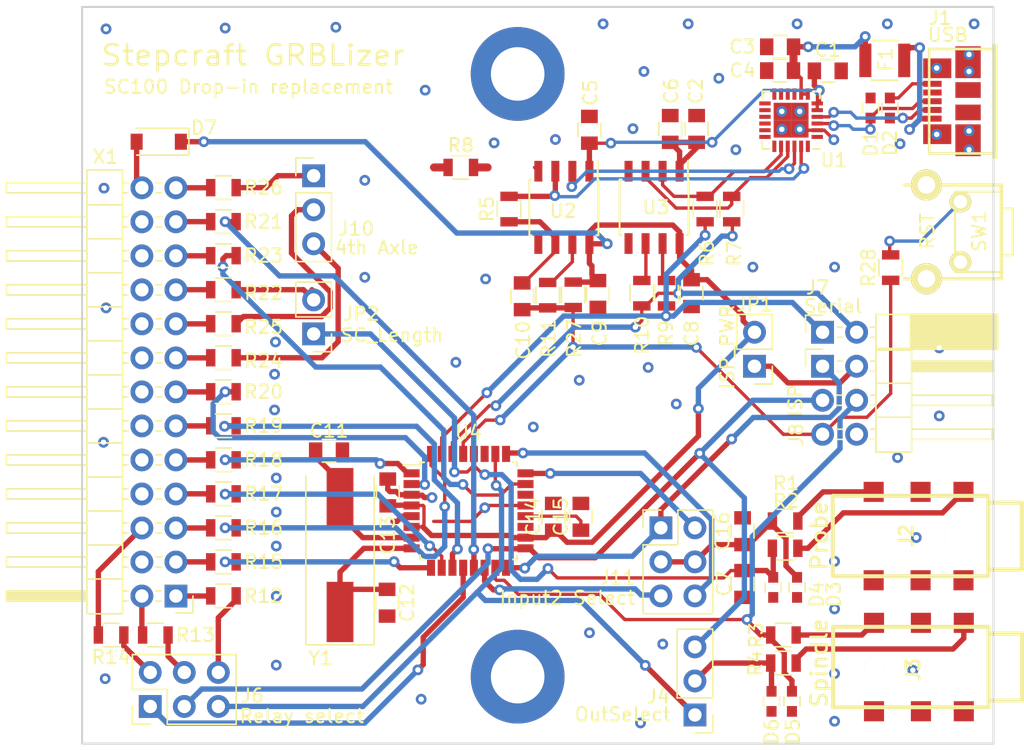
<source format=kicad_pcb>
(kicad_pcb (version 20170123) (host pcbnew "(2017-08-18 revision 28c04cbbf)-makepkg")
  (layers (0 F.Cu signal) (31 B.Cu signal) (34 B.Paste user) (35 F.Paste user) (36 B.SilkS user hide) (37 F.SilkS user) (38 B.Mask user hide) (39 F.Mask user hide) (44 Edge.Cuts user))
  (net 0 "")
  (net 1 "Net-(J1-Pad4)")
  (net 2 /SC_STEP_Z)
  (net 3 /SC_STEP_Y)
  (net 4 /SC_STEP_X)
  (net 5 /SC_DIR_X)
  (net 6 /SC_RELAY1)
  (net 7 "Net-(J3-Pad2)")
  (net 8 "Net-(F1-Pad2)")
  (net 9 GND)
  (net 10 /SC_VCC_5V)
  (net 11 /SC_REF_4)
  (net 12 /SC_REF_XYZ)
  (net 13 /SC_STOP)
  (net 14 /SC_LENGTH)
  (net 15 /SC_STEP_4)
  (net 16 /SC_DIR_4)
  (net 17 /SC_DIR_Z)
  (net 18 /SC_DIR_Y)
  (net 19 /SC_RELAY3)
  (net 20 /SC_RELAY2)
  (net 21 +5V)
  (net 22 /AVR_TX)
  (net 23 /AVR_RX)
  (net 24 "Net-(R6-Pad2)")
  (net 25 /AVR_RST)
  (net 26 "Net-(C3-Pad1)")
  (net 27 /AVR_XTAL2)
  (net 28 /AVR_XTAL1)
  (net 29 GNDD)
  (net 30 "Net-(R7-Pad2)")
  (net 31 "Net-(D2-Pad2)")
  (net 32 "Net-(R10-Pad2)")
  (net 33 /SpinDir/Cool)
  (net 34 /A5)
  (net 35 "Net-(J8-Pad2)")
  (net 36 /D3)
  (net 37 /D6)
  (net 38 /D5)
  (net 39 /D2)
  (net 40 /D7)
  (net 41 /D4)
  (net 42 /A1)
  (net 43 /A2)
  (net 44 /A3)
  (net 45 /D11_MOSI)
  (net 46 /D13_SCK)
  (net 47 /D12_MISO)
  (net 48 /D8)
  (net 49 /A4)
  (net 50 /A0)
  (net 51 /D10)
  (net 52 /D9)
  (net 53 "Net-(D1-Pad2)")
  (net 54 "Net-(R28-Pad2)")
  (net 55 "Net-(J9-Pad17)")
  (net 56 "Net-(J9-Pad15)")
  (net 57 "Net-(R5-Pad2)")
  (net 58 "Net-(C10-Pad2)")
  (net 59 "Net-(J6-Pad6)")
  (net 60 "Net-(J6-Pad2)")
  (net 61 "Net-(J6-Pad4)")
  (net 62 "Net-(R9-Pad2)")
  (net 63 "Net-(R11-Pad1)")
  (net 64 "Net-(U4-Pad22)")
  (net 65 "Net-(C15-Pad1)")
  (net 66 "Net-(U4-Pad19)")
  (net 67 "Net-(U1-Pad24)")
  (net 68 "Net-(U1-Pad22)")
  (net 69 "Net-(U1-Pad19)")
  (net 70 "Net-(U1-Pad18)")
  (net 71 "Net-(U1-Pad17)")
  (net 72 "Net-(U1-Pad16)")
  (net 73 "Net-(U1-Pad15)")
  (net 74 "Net-(U1-Pad14)")
  (net 75 "Net-(U1-Pad13)")
  (net 76 "Net-(U1-Pad12)")
  (net 77 "Net-(U1-Pad11)")
  (net 78 "Net-(U1-Pad10)")
  (net 79 "Net-(U1-Pad9)")
  (net 80 "Net-(U1-Pad1)")
  (net 81 /Input2)
  (net 82 "Net-(J10-Pad1)")
  (net 83 "Net-(J10-Pad2)")
  (net 84 "Net-(JP2-Pad2)")
  (net 85 "Net-(J10-Pad3)")
  (net 86 "Net-(J2-Pad1)")
  (net 87 "Net-(J2-Pad2)")
  (net 88 "Net-(J3-Pad1)")
  (net 89 +5VP)
  (module Housings_DFN_QFN:QFN-24-1EP_4x4mm_Pitch0.5mm (layer F.Cu) (at 192.9012 93.4728 180)
    (fp_text reference U1 (at -3.1868 -2.9964 180) (layer F.SilkS))
    (fp_text value CP2102N-A01-GQFN24)
    (pad 25 smd rect (at -0.65 -0.65 180) (size 1.3 1.3) (layers F.Cu F.Paste F.Mask) (net 9 GND))
    (pad 25 smd rect (at -0.65 0.65 180) (size 1.3 1.3) (layers F.Cu F.Paste F.Mask) (net 9 GND))
    (pad 25 smd rect (at 0.65 -0.65 180) (size 1.3 1.3) (layers F.Cu F.Paste F.Mask) (net 9 GND))
    (pad 25 smd rect (at 0.65 0.65 180) (size 1.3 1.3) (layers F.Cu F.Paste F.Mask) (net 9 GND))
    (pad 24 smd rect (at -1.25 -1.95 270) (size 0.85 0.3) (layers F.Cu F.Paste F.Mask) (net 67 "Net-(U1-Pad24)"))
    (pad 23 smd rect (at -0.75 -1.95 270) (size 0.85 0.3) (layers F.Cu F.Paste F.Mask) (net 57 "Net-(R5-Pad2)"))
    (pad 22 smd rect (at -0.25 -1.95 270) (size 0.85 0.3) (layers F.Cu F.Paste F.Mask) (net 68 "Net-(U1-Pad22)"))
    (pad 21 smd rect (at 0.25 -1.95 270) (size 0.85 0.3) (layers F.Cu F.Paste F.Mask) (net 30 "Net-(R7-Pad2)"))
    (pad 20 smd rect (at 0.75 -1.95 270) (size 0.85 0.3) (layers F.Cu F.Paste F.Mask) (net 24 "Net-(R6-Pad2)"))
    (pad 19 smd rect (at 1.25 -1.95 270) (size 0.85 0.3) (layers F.Cu F.Paste F.Mask) (net 69 "Net-(U1-Pad19)"))
    (pad 18 smd rect (at 1.95 -1.25 180) (size 0.85 0.3) (layers F.Cu F.Paste F.Mask) (net 70 "Net-(U1-Pad18)"))
    (pad 17 smd rect (at 1.95 -0.75 180) (size 0.85 0.3) (layers F.Cu F.Paste F.Mask) (net 71 "Net-(U1-Pad17)"))
    (pad 16 smd rect (at 1.95 -0.25 180) (size 0.85 0.3) (layers F.Cu F.Paste F.Mask) (net 72 "Net-(U1-Pad16)"))
    (pad 15 smd rect (at 1.95 0.25 180) (size 0.85 0.3) (layers F.Cu F.Paste F.Mask) (net 73 "Net-(U1-Pad15)"))
    (pad 14 smd rect (at 1.95 0.75 180) (size 0.85 0.3) (layers F.Cu F.Paste F.Mask) (net 74 "Net-(U1-Pad14)"))
    (pad 13 smd rect (at 1.95 1.25 180) (size 0.85 0.3) (layers F.Cu F.Paste F.Mask) (net 75 "Net-(U1-Pad13)"))
    (pad 12 smd rect (at 1.25 1.95 270) (size 0.85 0.3) (layers F.Cu F.Paste F.Mask) (net 76 "Net-(U1-Pad12)"))
    (pad 11 smd rect (at 0.75 1.95 270) (size 0.85 0.3) (layers F.Cu F.Paste F.Mask) (net 77 "Net-(U1-Pad11)"))
    (pad 10 smd rect (at 0.25 1.95 270) (size 0.85 0.3) (layers F.Cu F.Paste F.Mask) (net 78 "Net-(U1-Pad10)"))
    (pad 9 smd rect (at -0.25 1.95 270) (size 0.85 0.3) (layers F.Cu F.Paste F.Mask) (net 79 "Net-(U1-Pad9)"))
    (pad 8 smd rect (at -0.75 1.95 270) (size 0.85 0.3) (layers F.Cu F.Paste F.Mask) (net 26 "Net-(C3-Pad1)"))
    (pad 7 smd rect (at -1.25 1.95 270) (size 0.85 0.3) (layers F.Cu F.Paste F.Mask) (net 26 "Net-(C3-Pad1)"))
    (pad 6 smd rect (at -1.95 1.25 180) (size 0.85 0.3) (layers F.Cu F.Paste F.Mask) (net 89 +5VP))
    (pad 5 smd rect (at -1.95 0.75 180) (size 0.85 0.3) (layers F.Cu F.Paste F.Mask) (net 89 +5VP))
    (pad 4 smd rect (at -1.95 0.25 180) (size 0.85 0.3) (layers F.Cu F.Paste F.Mask) (net 31 "Net-(D2-Pad2)"))
    (pad 3 smd rect (at -1.95 -0.25 180) (size 0.85 0.3) (layers F.Cu F.Paste F.Mask) (net 53 "Net-(D1-Pad2)"))
    (pad 2 smd rect (at -1.95 -0.75 180) (size 0.85 0.3) (layers F.Cu F.Paste F.Mask) (net 9 GND))
    (pad 1 smd rect (at -1.95 -1.25 180) (size 0.85 0.3) (layers F.Cu F.Paste F.Mask) (net 80 "Net-(U1-Pad1)"))
  )
  (module iotta_footprints:conn_usb_B_micro_smd (layer F.Cu) (at 206.1035 92.0585 90)
    (fp_text reference J1 (at 6.22412 -2.08506 180) (layer F.SilkS))
    (fp_text value USB (at 4.95412 -1.51356 180) (layer F.SilkS))
    (pad "" smd rect (at -0.8382 0 90) (size 1.17348 1.89738) (layers F.Cu F.Paste F.Mask))
    (pad "" smd rect (at 0.8382 0 90) (size 1.17348 1.89738) (layers F.Cu F.Paste F.Mask))
    (pad 6 smd rect (at 2.91338 0 90) (size 2.3749 1.89738) (layers F.Cu F.Paste F.Mask) (net 9 GND))
    (pad 6 smd rect (at -2.91338 0 90) (size 2.3749 1.89738) (layers F.Cu F.Paste F.Mask) (net 9 GND))
    (pad 6 smd rect (at 2.46126 -2.2987 90) (size 1.4732 2.10058) (layers F.Cu F.Paste F.Mask) (net 9 GND))
    (pad 6 smd rect (at -2.46126 -2.2987 90) (size 1.4732 2.10058) (layers F.Cu F.Paste F.Mask) (net 9 GND))
    (pad 1 smd rect (at -1.30048 -2.65938 90) (size 0.44958 1.37922) (layers F.Cu F.Paste F.Mask) (net 8 "Net-(F1-Pad2)"))
    (pad 2 smd rect (at -0.65024 -2.65938 90) (size 0.44958 1.37922) (layers F.Cu F.Paste F.Mask) (net 31 "Net-(D2-Pad2)"))
    (pad 3 smd rect (at 0 -2.65938 90) (size 0.44958 1.37922) (layers F.Cu F.Paste F.Mask) (net 53 "Net-(D1-Pad2)"))
    (pad 4 smd rect (at 0.65024 -2.65938 90) (size 0.44958 1.37922) (layers F.Cu F.Paste F.Mask) (net 1 "Net-(J1-Pad4)"))
    (pad 5 smd rect (at 1.30048 -2.65938 90) (size 0.44958 1.37922) (layers F.Cu F.Paste F.Mask) (net 9 GND))
  )
  (module iotta_footprints:Stepcraft_SC100_Controller_Board (layer F.Cu) (at 208 85.02 180)
    (fp_text reference J9 hide)
    (fp_text value X1 (at 66.26236 -11.19028 180) (layer F.SilkS))
    (fp_line (start 68 0) (end 0 0) (layer Edge.Cuts) (width 0.15))
    (fp_line (start 68 -55) (end 68 0) (layer Edge.Cuts) (width 0.15))
    (fp_line (start 0 -55) (end 68 -55) (layer Edge.Cuts) (width 0.15))
    (fp_line (start 0 0) (end 0 -55) (layer Edge.Cuts) (width 0.15))
    (pad "" np_thru_hole circle (at 35.5 -5 180) (size 7 7) (drill 4) (layers *.Cu *.Mask) (clearance 1))
    (pad "" np_thru_hole circle (at 35.5 -50 180) (size 7 7) (drill 4) (layers *.Cu *.Mask) (clearance 1))
    (pad 1 thru_hole rect (at 61 -43.98 180) (size 1.7 1.7) (drill 1) (layers *.Cu *.Mask) (net 6 /SC_RELAY1))
    (pad 14 thru_hole oval (at 63.54 -43.98 180) (size 1.7 1.7) (drill 1) (layers *.Cu *.Mask) (net 20 /SC_RELAY2))
    (pad 2 thru_hole oval (at 61 -41.44 180) (size 1.7 1.7) (drill 1) (layers *.Cu *.Mask) (net 5 /SC_DIR_X))
    (pad 15 thru_hole oval (at 63.54 -41.44 180) (size 1.7 1.7) (drill 1) (layers *.Cu *.Mask) (net 56 "Net-(J9-Pad15)"))
    (pad 3 thru_hole oval (at 61 -38.9 180) (size 1.7 1.7) (drill 1) (layers *.Cu *.Mask) (net 4 /SC_STEP_X))
    (pad 16 thru_hole oval (at 63.54 -38.9 180) (size 1.7 1.7) (drill 1) (layers *.Cu *.Mask) (net 19 /SC_RELAY3))
    (pad 4 thru_hole oval (at 61 -36.36 180) (size 1.7 1.7) (drill 1) (layers *.Cu *.Mask) (net 18 /SC_DIR_Y))
    (pad 17 thru_hole oval (at 63.54 -36.36 180) (size 1.7 1.7) (drill 1) (layers *.Cu *.Mask) (net 55 "Net-(J9-Pad17)"))
    (pad 5 thru_hole oval (at 61 -33.82 180) (size 1.7 1.7) (drill 1) (layers *.Cu *.Mask) (net 3 /SC_STEP_Y))
    (pad 18 thru_hole oval (at 63.54 -33.82 180) (size 1.7 1.7) (drill 1) (layers *.Cu *.Mask) (net 29 GNDD))
    (pad 6 thru_hole oval (at 61 -31.28 180) (size 1.7 1.7) (drill 1) (layers *.Cu *.Mask) (net 17 /SC_DIR_Z))
    (pad 19 thru_hole oval (at 63.54 -31.28 180) (size 1.7 1.7) (drill 1) (layers *.Cu *.Mask) (net 29 GNDD))
    (pad 7 thru_hole oval (at 61 -28.74 180) (size 1.7 1.7) (drill 1) (layers *.Cu *.Mask) (net 2 /SC_STEP_Z))
    (pad 20 thru_hole oval (at 63.54 -28.74 180) (size 1.7 1.7) (drill 1) (layers *.Cu *.Mask) (net 29 GNDD))
    (pad 8 thru_hole oval (at 61 -26.2 180) (size 1.7 1.7) (drill 1) (layers *.Cu *.Mask) (net 16 /SC_DIR_4))
    (pad 21 thru_hole oval (at 63.54 -26.2 180) (size 1.7 1.7) (drill 1) (layers *.Cu *.Mask) (net 29 GNDD))
    (pad 9 thru_hole oval (at 61 -23.66 180) (size 1.7 1.7) (drill 1) (layers *.Cu *.Mask) (net 15 /SC_STEP_4))
    (pad 22 thru_hole oval (at 63.54 -23.66 180) (size 1.7 1.7) (drill 1) (layers *.Cu *.Mask) (net 29 GNDD))
    (pad 10 thru_hole oval (at 61 -21.12 180) (size 1.7 1.7) (drill 1) (layers *.Cu *.Mask) (net 14 /SC_LENGTH))
    (pad 23 thru_hole oval (at 63.54 -21.12 180) (size 1.7 1.7) (drill 1) (layers *.Cu *.Mask) (net 29 GNDD))
    (pad 11 thru_hole oval (at 61 -18.58 180) (size 1.7 1.7) (drill 1) (layers *.Cu *.Mask) (net 13 /SC_STOP))
    (pad 24 thru_hole oval (at 63.54 -18.58 180) (size 1.7 1.7) (drill 1) (layers *.Cu *.Mask) (net 29 GNDD))
    (pad 12 thru_hole oval (at 61 -16.04 180) (size 1.7 1.7) (drill 1) (layers *.Cu *.Mask) (net 12 /SC_REF_XYZ))
    (pad 25 thru_hole oval (at 63.54 -16.04 180) (size 1.7 1.7) (drill 1) (layers *.Cu *.Mask) (net 29 GNDD))
    (pad 13 thru_hole oval (at 61 -13.5 180) (size 1.7 1.7) (drill 1) (layers *.Cu *.Mask) (net 11 /SC_REF_4))
    (pad 26 thru_hole oval (at 63.54 -13.5 180) (size 1.7 1.7) (drill 1) (layers *.Cu *.Mask) (net 10 /SC_VCC_5V))
  )
  (module Capacitors_SMD:C_0805 (layer F.Cu) (at 189.281 124.164 90)
    (fp_text reference C16 (at 0 -1.5 90) (layer F.SilkS))
    (fp_text value 10n)
    (pad 2 smd rect (at 1 0 90) (size 1 1.25) (layers F.Cu F.Paste F.Mask) (net 29 GNDD))
    (pad 1 smd rect (at -1 0 90) (size 1 1.25) (layers F.Cu F.Paste F.Mask) (net 81 /Input2))
  )
  (module Pin_Headers:Pin_Header_Straight_1x02_Pitch2.54mm (layer F.Cu) (at 157.277 109.432 180)
    (fp_text reference JP2 (at -3.56144 1.49962 180) (layer F.SilkS))
    (fp_text value SC_Length (at -5.84744 -0.08788 180) (layer F.SilkS))
    (pad 2 thru_hole oval (at 0 2.54 180) (size 1.7 1.7) (drill 1) (layers *.Cu *.Mask) (net 84 "Net-(JP2-Pad2)"))
    (pad 1 thru_hole rect (at 0 0 180) (size 1.7 1.7) (drill 1) (layers *.Cu *.Mask) (net 34 /A5))
  )
  (module Pin_Headers:Pin_Header_Straight_1x03_Pitch2.54mm (layer F.Cu) (at 157.277 97.621)
    (fp_text reference J10 (at 3.18044 3.96138) (layer F.SilkS))
    (fp_text value "4th Axle" (at 4.70444 5.35838) (layer F.SilkS))
    (pad 3 thru_hole oval (at 0 5.08) (size 1.7 1.7) (drill 1) (layers *.Cu *.Mask) (net 85 "Net-(J10-Pad3)"))
    (pad 2 thru_hole oval (at 0 2.54) (size 1.7 1.7) (drill 1) (layers *.Cu *.Mask) (net 83 "Net-(J10-Pad2)"))
    (pad 1 thru_hole rect (at 0 0) (size 1.7 1.7) (drill 1) (layers *.Cu *.Mask) (net 82 "Net-(J10-Pad1)"))
  )
  (module Pin_Headers:Pin_Header_Straight_2x03_Pitch2.54mm (layer F.Cu) (at 183.185 123.91)
    (fp_text reference J11 (at -3.23306 3.70738) (layer F.SilkS))
    (fp_text value "Input2 Select" (at -6.97956 5.23138) (layer F.SilkS))
    (pad 6 thru_hole oval (at 2.54 5.08) (size 1.7 1.7) (drill 1) (layers *.Cu *.Mask) (net 43 /A2))
    (pad 5 thru_hole oval (at 0 5.08) (size 1.7 1.7) (drill 1) (layers *.Cu *.Mask) (net 51 /D10))
    (pad 4 thru_hole oval (at 2.54 2.54) (size 1.7 1.7) (drill 1) (layers *.Cu *.Mask) (net 81 /Input2))
    (pad 3 thru_hole oval (at 0 2.54) (size 1.7 1.7) (drill 1) (layers *.Cu *.Mask) (net 81 /Input2))
    (pad 2 thru_hole oval (at 2.54 0) (size 1.7 1.7) (drill 1) (layers *.Cu *.Mask) (net 42 /A1))
    (pad 1 thru_hole rect (at 0 0) (size 1.7 1.7) (drill 1) (layers *.Cu *.Mask) (net 47 /D12_MISO))
  )
  (module Pin_Headers:Pin_Header_Straight_2x03_Pitch2.54mm (layer F.Cu) (at 145.085 137.245 90)
    (fp_text reference J6 (at 0.80112 7.62544 180) (layer F.SilkS))
    (fp_text value "Relay select" (at -0.72288 11.30844 180) (layer F.SilkS))
    (pad 6 thru_hole oval (at 2.54 5.08 90) (size 1.7 1.7) (drill 1) (layers *.Cu *.Mask) (net 59 "Net-(J6-Pad6)"))
    (pad 5 thru_hole oval (at 0 5.08 90) (size 1.7 1.7) (drill 1) (layers *.Cu *.Mask) (net 44 /A3))
    (pad 4 thru_hole oval (at 2.54 2.54 90) (size 1.7 1.7) (drill 1) (layers *.Cu *.Mask) (net 61 "Net-(J6-Pad4)"))
    (pad 3 thru_hole oval (at 0 2.54 90) (size 1.7 1.7) (drill 1) (layers *.Cu *.Mask) (net 46 /D13_SCK))
    (pad 2 thru_hole oval (at 2.54 0 90) (size 1.7 1.7) (drill 1) (layers *.Cu *.Mask) (net 60 "Net-(J6-Pad2)"))
    (pad 1 thru_hole rect (at 0 0 90) (size 1.7 1.7) (drill 1) (layers *.Cu *.Mask) (net 48 /D8))
  )
  (module Capacitors_SMD:C_0805 (layer F.Cu) (at 189.281 128.101 270)
    (fp_text reference C7 (at -0.03912 1.39156 270) (layer F.SilkS))
    (fp_text value 10n)
    (pad 1 smd rect (at -1 0 270) (size 1 1.25) (layers F.Cu F.Paste F.Mask) (net 34 /A5))
    (pad 2 smd rect (at 1 0 270) (size 1 1.25) (layers F.Cu F.Paste F.Mask) (net 29 GNDD))
  )
  (module Capacitors_SMD:C_0805 (layer F.Cu) (at 177.216 123.0845 90)
    (fp_text reference C15 (at 0 -1.5 90) (layer F.SilkS))
    (fp_text value 100n)
    (pad 2 smd rect (at 1 0 90) (size 1 1.25) (layers F.Cu F.Paste F.Mask) (net 29 GNDD))
    (pad 1 smd rect (at -1 0 90) (size 1 1.25) (layers F.Cu F.Paste F.Mask) (net 65 "Net-(C15-Pad1)"))
  )
  (module Pin_Headers:Pin_Header_Straight_1x03_Pitch2.54mm (layer F.Cu) (at 185.725 137.88 180)
    (fp_text reference J4 (at 2.72506 1.37262 180) (layer F.SilkS))
    (fp_text value OutSelect (at 5.39206 0.03912 180) (layer F.SilkS))
    (pad 1 thru_hole rect (at 0 0 180) (size 1.7 1.7) (drill 1) (layers *.Cu *.Mask) (net 44 /A3))
    (pad 2 thru_hole oval (at 0 2.54 180) (size 1.7 1.7) (drill 1) (layers *.Cu *.Mask) (net 33 /SpinDir/Cool))
    (pad 3 thru_hole oval (at 0 5.08 180) (size 1.7 1.7) (drill 1) (layers *.Cu *.Mask) (net 46 /D13_SCK))
  )
  (module Resistors_SMD:R_0805 (layer F.Cu) (at 150.546 106.13 180)
    (fp_text reference R22 (at -3 -0.25 180) (layer F.SilkS))
    (fp_text value 100)
    (pad 1 smd rect (at -0.95 0 180) (size 0.7 1.3) (layers F.Cu F.Paste F.Mask) (net 84 "Net-(JP2-Pad2)"))
    (pad 2 smd rect (at 0.95 0 180) (size 0.7 1.3) (layers F.Cu F.Paste F.Mask) (net 14 /SC_LENGTH))
  )
  (module Resistors_SMD:R_0805 (layer F.Cu) (at 150.546 113.75 180)
    (fp_text reference R20 (at -3 0 180) (layer F.SilkS))
    (fp_text value 100)
    (pad 2 smd rect (at 0.95 0 180) (size 0.7 1.3) (layers F.Cu F.Paste F.Mask) (net 2 /SC_STEP_Z))
    (pad 1 smd rect (at -0.95 0 180) (size 0.7 1.3) (layers F.Cu F.Paste F.Mask) (net 41 /D4))
  )
  (module Resistors_SMD:R_0805 (layer F.Cu) (at 150.546 116.29 180)
    (fp_text reference R19 (at -3 0 180) (layer F.SilkS))
    (fp_text value 100)
    (pad 1 smd rect (at -0.95 0 180) (size 0.7 1.3) (layers F.Cu F.Paste F.Mask) (net 40 /D7))
    (pad 2 smd rect (at 0.95 0 180) (size 0.7 1.3) (layers F.Cu F.Paste F.Mask) (net 17 /SC_DIR_Z))
  )
  (module Resistors_SMD:R_0805 (layer F.Cu) (at 145.466 131.911 180)
    (fp_text reference R13 (at -3 0 180) (layer F.SilkS))
    (fp_text value 100)
    (pad 2 smd rect (at 0.95 0 180) (size 0.7 1.3) (layers F.Cu F.Paste F.Mask) (net 20 /SC_RELAY2))
    (pad 1 smd rect (at -0.95 0 180) (size 0.7 1.3) (layers F.Cu F.Paste F.Mask) (net 61 "Net-(J6-Pad4)"))
  )
  (module Resistors_SMD:R_0805 (layer F.Cu) (at 150.546 126.45 180)
    (fp_text reference R15 (at -3 0 180) (layer F.SilkS))
    (fp_text value 100)
    (pad 2 smd rect (at 0.95 0 180) (size 0.7 1.3) (layers F.Cu F.Paste F.Mask) (net 5 /SC_DIR_X))
    (pad 1 smd rect (at -0.95 0 180) (size 0.7 1.3) (layers F.Cu F.Paste F.Mask) (net 38 /D5))
  )
  (module Resistors_SMD:R_0805 (layer F.Cu) (at 150.546 123.91 180)
    (fp_text reference R16 (at -3 0 180) (layer F.SilkS))
    (fp_text value 100)
    (pad 1 smd rect (at -0.95 0 180) (size 0.7 1.3) (layers F.Cu F.Paste F.Mask) (net 39 /D2))
    (pad 2 smd rect (at 0.95 0 180) (size 0.7 1.3) (layers F.Cu F.Paste F.Mask) (net 4 /SC_STEP_X))
  )
  (module Resistors_SMD:R_0805 (layer F.Cu) (at 150.546 101.05 180)
    (fp_text reference R21 (at -3 0 180) (layer F.SilkS))
    (fp_text value 100)
    (pad 1 smd rect (at -0.95 0 180) (size 0.7 1.3) (layers F.Cu F.Paste F.Mask) (net 52 /D9))
    (pad 2 smd rect (at 0.95 0 180) (size 0.7 1.3) (layers F.Cu F.Paste F.Mask) (net 12 /SC_REF_XYZ))
  )
  (module Resistors_SMD:R_0805 (layer F.Cu) (at 150.546 103.59 180)
    (fp_text reference R23 (at -3 0 180) (layer F.SilkS))
    (fp_text value 100)
    (pad 2 smd rect (at 0.95 0 180) (size 0.7 1.3) (layers F.Cu F.Paste F.Mask) (net 13 /SC_STOP))
    (pad 1 smd rect (at -0.95 0 180) (size 0.7 1.3) (layers F.Cu F.Paste F.Mask) (net 50 /A0))
  )
  (module Resistors_SMD:R_0805 (layer F.Cu) (at 150.546 111.21 180)
    (fp_text reference R24 (at -3 -0.25 180) (layer F.SilkS))
    (fp_text value 100)
    (pad 1 smd rect (at -0.95 0 180) (size 0.7 1.3) (layers F.Cu F.Paste F.Mask) (net 85 "Net-(J10-Pad3)"))
    (pad 2 smd rect (at 0.95 0 180) (size 0.7 1.3) (layers F.Cu F.Paste F.Mask) (net 16 /SC_DIR_4))
  )
  (module Resistors_SMD:R_0805 (layer F.Cu) (at 150.546 108.67 180)
    (fp_text reference R25 (at -3 -0.25 180) (layer F.SilkS))
    (fp_text value 100)
    (pad 2 smd rect (at 0.95 0 180) (size 0.7 1.3) (layers F.Cu F.Paste F.Mask) (net 15 /SC_STEP_4))
    (pad 1 smd rect (at -0.95 0 180) (size 0.7 1.3) (layers F.Cu F.Paste F.Mask) (net 83 "Net-(J10-Pad2)"))
  )
  (module Resistors_SMD:R_0805 (layer F.Cu) (at 150.546 98.51 180)
    (fp_text reference R26 (at -3 0 180) (layer F.SilkS))
    (fp_text value 100)
    (pad 1 smd rect (at -0.95 0 180) (size 0.7 1.3) (layers F.Cu F.Paste F.Mask) (net 82 "Net-(J10-Pad1)"))
    (pad 2 smd rect (at 0.95 0 180) (size 0.7 1.3) (layers F.Cu F.Paste F.Mask) (net 11 /SC_REF_4))
  )
  (module Resistors_SMD:R_0805 (layer F.Cu) (at 142.164 131.911 180)
    (fp_text reference R14 (at 0 -1.65 180) (layer F.SilkS))
    (fp_text value 100)
    (pad 1 smd rect (at -0.95 0 180) (size 0.7 1.3) (layers F.Cu F.Paste F.Mask) (net 60 "Net-(J6-Pad2)"))
    (pad 2 smd rect (at 0.95 0 180) (size 0.7 1.3) (layers F.Cu F.Paste F.Mask) (net 19 /SC_RELAY3))
  )
  (module Resistors_SMD:R_0805 (layer F.Cu) (at 150.546 121.37 180)
    (fp_text reference R17 (at -3 0 180) (layer F.SilkS))
    (fp_text value 100)
    (pad 2 smd rect (at 0.95 0 180) (size 0.7 1.3) (layers F.Cu F.Paste F.Mask) (net 18 /SC_DIR_Y))
    (pad 1 smd rect (at -0.95 0 180) (size 0.7 1.3) (layers F.Cu F.Paste F.Mask) (net 37 /D6))
  )
  (module Resistors_SMD:R_0805 (layer F.Cu) (at 150.546 118.83 180)
    (fp_text reference R18 (at -3 0 180) (layer F.SilkS))
    (fp_text value 100)
    (pad 1 smd rect (at -0.95 0 180) (size 0.7 1.3) (layers F.Cu F.Paste F.Mask) (net 36 /D3))
    (pad 2 smd rect (at 0.95 0 180) (size 0.7 1.3) (layers F.Cu F.Paste F.Mask) (net 3 /SC_STEP_Y))
  )
  (module Resistors_SMD:R_0805 (layer F.Cu) (at 150.546 128.99 180)
    (fp_text reference R12 (at -3 0 180) (layer F.SilkS))
    (fp_text value 100)
    (pad 2 smd rect (at 0.95 0 180) (size 0.7 1.3) (layers F.Cu F.Paste F.Mask) (net 6 /SC_RELAY1))
    (pad 1 smd rect (at -0.95 0 180) (size 0.7 1.3) (layers F.Cu F.Paste F.Mask) (net 59 "Net-(J6-Pad6)"))
  )
  (module Pin_Headers:Pin_Header_Angled_2x01_Pitch2.54mm (layer F.Cu) (at 195.25 109.305)
    (fp_text reference J7 (at -0.37556 -3.34112) (layer F.SilkS))
    (fp_text value Serial (at 0.76744 -1.94412) (layer F.SilkS))
    (pad 1 thru_hole rect (at 0 0) (size 1.7 1.7) (drill 1) (layers *.Cu *.Mask) (net 22 /AVR_TX))
    (pad 2 thru_hole oval (at 2.54 0) (size 1.7 1.7) (drill 1) (layers *.Cu *.Mask) (net 23 /AVR_RX))
  )
  (module Capacitors_SMD:C_0603 (layer F.Cu) (at 192.964 136.864 270)
    (fp_text reference D5 (at 2.24688 -0.06894 270) (layer F.SilkS))
    (fp_text value D_TVS)
    (pad 2 smd rect (at 0.75 0 270) (size 0.8 0.75) (layers F.Cu F.Paste F.Mask) (net 29 GNDD))
    (pad 1 smd rect (at -0.75 0 270) (size 0.8 0.75) (layers F.Cu F.Paste F.Mask) (net 45 /D11_MOSI))
  )
  (module Capacitors_SMD:C_0603 (layer F.Cu) (at 191.567 128.355 270)
    (fp_text reference D4 (at 0.53238 -3.24394 270) (layer F.SilkS))
    (fp_text value D_TVS)
    (pad 1 smd rect (at -0.75 0 270) (size 0.8 0.75) (layers F.Cu F.Paste F.Mask) (net 34 /A5))
    (pad 2 smd rect (at 0.75 0 270) (size 0.8 0.75) (layers F.Cu F.Paste F.Mask) (net 29 GNDD))
  )
  (module Capacitors_SMD:C_0603 (layer F.Cu) (at 193.345 128.355 270)
    (fp_text reference D3 (at 0.53238 -2.73594 270) (layer F.SilkS))
    (fp_text value D_TVS)
    (pad 2 smd rect (at 0.75 0 270) (size 0.8 0.75) (layers F.Cu F.Paste F.Mask) (net 29 GNDD))
    (pad 1 smd rect (at -0.75 0 270) (size 0.8 0.75) (layers F.Cu F.Paste F.Mask) (net 81 /Input2))
  )
  (module Capacitors_SMD:C_0603 (layer F.Cu) (at 200.27194 92.56538 270)
    (fp_text reference D2 (at 2.60842 -0.00706 270) (layer F.SilkS))
    (fp_text value D_TVS)
    (pad 1 smd rect (at -0.75 0 270) (size 0.8 0.75) (layers F.Cu F.Paste F.Mask) (net 9 GND))
    (pad 2 smd rect (at 0.75 0 270) (size 0.8 0.75) (layers F.Cu F.Paste F.Mask) (net 31 "Net-(D2-Pad2)"))
  )
  (module Capacitors_SMD:C_0603 (layer F.Cu) (at 198.8314 92.56538 270)
    (fp_text reference D1 (at 2.65922 0.0002 270) (layer F.SilkS))
    (fp_text value D_TVS)
    (pad 2 smd rect (at 0.75 0 270) (size 0.8 0.75) (layers F.Cu F.Paste F.Mask) (net 53 "Net-(D1-Pad2)"))
    (pad 1 smd rect (at -0.75 0 270) (size 0.8 0.75) (layers F.Cu F.Paste F.Mask) (net 9 GND))
  )
  (module Capacitors_SMD:C_0603 (layer F.Cu) (at 191.44 136.864 270)
    (fp_text reference D6 (at 2.24688 -0.00544 270) (layer F.SilkS))
    (fp_text value D_TVS)
    (pad 1 smd rect (at -0.75 0 270) (size 0.8 0.75) (layers F.Cu F.Paste F.Mask) (net 33 /SpinDir/Cool))
    (pad 2 smd rect (at 0.75 0 270) (size 0.8 0.75) (layers F.Cu F.Paste F.Mask) (net 29 GNDD))
  )
  (module Resistors_SMD:R_0805 (layer F.Cu) (at 192.329 134.0065 180)
    (fp_text reference R4 (at 2.09006 -0.02438 270) (layer F.SilkS))
    (fp_text value 100)
    (pad 2 smd rect (at 0.95 0 180) (size 0.7 1.3) (layers F.Cu F.Paste F.Mask) (net 33 /SpinDir/Cool))
    (pad 1 smd rect (at -0.95 0 180) (size 0.7 1.3) (layers F.Cu F.Paste F.Mask) (net 88 "Net-(J3-Pad1)"))
  )
  (module Resistors_SMD:R_0805 (layer F.Cu) (at 192.329 131.911 180)
    (fp_text reference R3 (at 2.02656 -0.02438 90) (layer F.SilkS))
    (fp_text value 100)
    (pad 1 smd rect (at -0.95 0 180) (size 0.7 1.3) (layers F.Cu F.Paste F.Mask) (net 7 "Net-(J3-Pad2)"))
    (pad 2 smd rect (at 0.95 0 180) (size 0.7 1.3) (layers F.Cu F.Paste F.Mask) (net 45 /D11_MOSI))
  )
  (module Resistors_SMD:R_0805 (layer F.Cu) (at 192.456 125.434 180)
    (fp_text reference R2 (at -0.06894 3.53162 180) (layer F.SilkS))
    (fp_text value 100)
    (pad 2 smd rect (at 0.95 0 180) (size 0.7 1.3) (layers F.Cu F.Paste F.Mask) (net 34 /A5))
    (pad 1 smd rect (at -0.95 0 180) (size 0.7 1.3) (layers F.Cu F.Paste F.Mask) (net 86 "Net-(J2-Pad1)"))
  )
  (module Resistors_SMD:R_0805 (layer F.Cu) (at 192.456 123.402 180)
    (fp_text reference R1 (at -0.06894 2.83312 180) (layer F.SilkS))
    (fp_text value 100)
    (pad 1 smd rect (at -0.95 0 180) (size 0.7 1.3) (layers F.Cu F.Paste F.Mask) (net 87 "Net-(J2-Pad2)"))
    (pad 2 smd rect (at 0.95 0 180) (size 0.7 1.3) (layers F.Cu F.Paste F.Mask) (net 81 /Input2))
  )
  (module Resistors_SMD:R_0805 (layer F.Cu) (at 174.7395 106.5364 270)
    (fp_text reference R11 (at 3.23748 -0.06894 270) (layer F.SilkS))
    (fp_text value 100)
    (pad 2 smd rect (at 0.95 0 270) (size 0.7 1.3) (layers F.Cu F.Paste F.Mask) (net 25 /AVR_RST))
    (pad 1 smd rect (at -0.95 0 270) (size 0.7 1.3) (layers F.Cu F.Paste F.Mask) (net 63 "Net-(R11-Pad1)"))
  )
  (module Capacitors_SMD:C_0805 (layer F.Cu) (at 185.471 106.384 270)
    (fp_text reference C8 (at 3.00888 -0.00544 270) (layer F.SilkS))
    (fp_text value 100n)
    (pad 1 smd rect (at -1 0 270) (size 1 1.25) (layers F.Cu F.Paste F.Mask) (net 21 +5V))
    (pad 2 smd rect (at 1 0 270) (size 1 1.25) (layers F.Cu F.Paste F.Mask) (net 29 GNDD))
  )
  (module Capacitors_SMD:C_0805 (layer F.Cu) (at 177.851 94.192 90)
    (fp_text reference C5 (at 2.76962 0.06894 90) (layer F.SilkS))
    (fp_text value 100n)
    (pad 2 smd rect (at 1 0 90) (size 1 1.25) (layers F.Cu F.Paste F.Mask) (net 9 GND))
    (pad 1 smd rect (at -1 0 90) (size 1 1.25) (layers F.Cu F.Paste F.Mask) (net 89 +5VP))
  )
  (module Capacitors_SMD:C_0805 (layer F.Cu) (at 178.486 106.4475 270)
    (fp_text reference C9 (at 2.94538 -0.13244 270) (layer F.SilkS))
    (fp_text value 100n)
    (pad 1 smd rect (at -1 0 270) (size 1 1.25) (layers F.Cu F.Paste F.Mask) (net 21 +5V))
    (pad 2 smd rect (at 1 0 270) (size 1 1.25) (layers F.Cu F.Paste F.Mask) (net 29 GNDD))
  )
  (module Capacitors_SMD:C_0805 (layer F.Cu) (at 183.8835 94.1285 90)
    (fp_text reference C6 (at 2.83312 0.06894 90) (layer F.SilkS))
    (fp_text value 100n)
    (pad 2 smd rect (at 1 0 90) (size 1 1.25) (layers F.Cu F.Paste F.Mask) (net 9 GND))
    (pad 1 smd rect (at -1 0 90) (size 1 1.25) (layers F.Cu F.Paste F.Mask) (net 89 +5VP))
  )
  (module Housings_SOIC:SOIC-8_3.9x4.9mm_Pitch1.27mm (layer F.Cu) (at 175.946 99.9832 270)
    (fp_text reference U2 (at 0.26568 0.05806) (layer F.SilkS))
    (fp_text value ADuM1201BR)
    (pad 8 smd rect (at 2.7 -1.905 270) (size 1.55 0.6) (layers F.Cu F.Paste F.Mask) (net 21 +5V))
    (pad 7 smd rect (at 2.7 -0.635 270) (size 1.55 0.6) (layers F.Cu F.Paste F.Mask) (net 63 "Net-(R11-Pad1)"))
    (pad 6 smd rect (at 2.7 0.635 270) (size 1.55 0.6) (layers F.Cu F.Paste F.Mask) (net 58 "Net-(C10-Pad2)"))
    (pad 5 smd rect (at 2.7 1.905 270) (size 1.55 0.6) (layers F.Cu F.Paste F.Mask) (net 29 GNDD))
    (pad 4 smd rect (at -2.7 1.905 270) (size 1.55 0.6) (layers F.Cu F.Paste F.Mask) (net 9 GND))
    (pad 3 smd rect (at -2.7 0.635 270) (size 1.55 0.6) (layers F.Cu F.Paste F.Mask) (net 57 "Net-(R5-Pad2)"))
    (pad 2 smd rect (at -2.7 -0.635 270) (size 1.55 0.6) (layers F.Cu F.Paste F.Mask) (net 68 "Net-(U1-Pad22)"))
    (pad 1 smd rect (at -2.7 -1.905 270) (size 1.55 0.6) (layers F.Cu F.Paste F.Mask) (net 89 +5VP))
  )
  (module Resistors_SMD:R_0805 (layer F.Cu) (at 168.25644 97.00088)
    (fp_text reference R8 (at 0 -1.65) (layer F.SilkS))
    (fp_text value "0 (DNP)")
    (pad 1 smd rect (at -0.95 0) (size 0.7 1.3) (layers F.Cu F.Paste F.Mask) (net 29 GNDD))
    (pad 2 smd rect (at 0.95 0) (size 0.7 1.3) (layers F.Cu F.Paste F.Mask) (net 9 GND))
  )
  (module Resistors_SMD:R_0805 (layer F.Cu) (at 171.8566 100.1102 90)
    (fp_text reference R5 (at 0 -1.65 90) (layer F.SilkS))
    (fp_text value "0 (DNP)")
    (pad 2 smd rect (at 0.95 0 90) (size 0.7 1.3) (layers F.Cu F.Paste F.Mask) (net 57 "Net-(R5-Pad2)"))
    (pad 1 smd rect (at -0.95 0 90) (size 0.7 1.3) (layers F.Cu F.Paste F.Mask) (net 58 "Net-(C10-Pad2)"))
  )
  (module Capacitors_SMD:C_0805 (layer F.Cu) (at 195.63644 89.789)
    (fp_text reference C1 (at -0.00564 -1.5748) (layer F.SilkS))
    (fp_text value 1u)
    (pad 2 smd rect (at 1 0) (size 1 1.25) (layers F.Cu F.Paste F.Mask) (net 9 GND))
    (pad 1 smd rect (at -1 0) (size 1 1.25) (layers F.Cu F.Paste F.Mask) (net 89 +5VP))
  )
  (module Pin_Headers:Pin_Header_Straight_1x02_Pitch2.54mm (layer F.Cu) (at 190.17 111.845 180)
    (fp_text reference JP1 (at -0.00544 4.61112 180) (layer F.SilkS))
    (fp_text value ISP_PWR (at 2.02656 1.43612 270) (layer F.SilkS))
    (pad 2 thru_hole oval (at 0 2.54 180) (size 1.7 1.7) (drill 1) (layers *.Cu *.Mask) (net 21 +5V))
    (pad 1 thru_hole rect (at 0 0 180) (size 1.7 1.7) (drill 1) (layers *.Cu *.Mask) (net 35 "Net-(J8-Pad2)"))
  )
  (module Capacitors_SMD:C_0805 (layer F.Cu) (at 158.42544 118.15588)
    (fp_text reference C11 (at 0 -1.5) (layer F.SilkS))
    (fp_text value 22p)
    (pad 1 smd rect (at -1 0) (size 1 1.25) (layers F.Cu F.Paste F.Mask) (net 28 /AVR_XTAL1))
    (pad 2 smd rect (at 1 0) (size 1 1.25) (layers F.Cu F.Paste F.Mask) (net 29 GNDD))
  )
  (module Capacitors_SMD:C_0805 (layer F.Cu) (at 162.75644 129.50088 270)
    (fp_text reference C12 (at 0 -1.5 270) (layer F.SilkS))
    (fp_text value 22p)
    (pad 2 smd rect (at 1 0 270) (size 1 1.25) (layers F.Cu F.Paste F.Mask) (net 29 GNDD))
    (pad 1 smd rect (at -1 0 270) (size 1 1.25) (layers F.Cu F.Paste F.Mask) (net 27 /AVR_XTAL2))
  )
  (module Crystals:Crystal_SMD_HC49-SD (layer F.Cu) (at 159.2455 125.942 90)
    (fp_text reference Y1 (at -7.70788 -1.45506 180) (layer F.SilkS))
    (fp_text value Crystal)
    (pad 2 smd rect (at 4.25 0 90) (size 4.5 2) (layers F.Cu F.Paste F.Mask) (net 28 /AVR_XTAL1))
    (pad 1 smd rect (at -4.25 0 90) (size 4.5 2) (layers F.Cu F.Paste F.Mask) (net 27 /AVR_XTAL2))
  )
  (module Capacitors_SMD:C_0805 (layer F.Cu) (at 185.852 94.1285 90)
    (fp_text reference C2 (at 2.83312 -0.05806 90) (layer F.SilkS))
    (fp_text value 100n)
    (pad 2 smd rect (at 1 0 90) (size 1 1.25) (layers F.Cu F.Paste F.Mask) (net 9 GND))
    (pad 1 smd rect (at -1 0 90) (size 1 1.25) (layers F.Cu F.Paste F.Mask) (net 89 +5VP))
  )
  (module Capacitors_SMD:C_0805 (layer F.Cu) (at 192.08044 87.99338 180)
    (fp_text reference C3 (at 2.82504 0.00778 180) (layer F.SilkS))
    (fp_text value 100n)
    (pad 1 smd rect (at -1 0 180) (size 1 1.25) (layers F.Cu F.Paste F.Mask) (net 26 "Net-(C3-Pad1)"))
    (pad 2 smd rect (at 1 0 180) (size 1 1.25) (layers F.Cu F.Paste F.Mask) (net 9 GND))
  )
  (module Capacitors_SMD:C_0805 (layer F.Cu) (at 192.08044 89.77138 180)
    (fp_text reference C4 (at 2.79964 0.00778 180) (layer F.SilkS))
    (fp_text value 1u)
    (pad 2 smd rect (at 1 0 180) (size 1 1.25) (layers F.Cu F.Paste F.Mask) (net 9 GND))
    (pad 1 smd rect (at -1 0 180) (size 1 1.25) (layers F.Cu F.Paste F.Mask) (net 26 "Net-(C3-Pad1)"))
  )
  (module Capacitors_SMD:C_0805 (layer F.Cu) (at 172.8345 106.622 90)
    (fp_text reference C10 (at -3.27888 0.06894 90) (layer F.SilkS))
    (fp_text value 100n)
    (pad 2 smd rect (at 1 0 90) (size 1 1.25) (layers F.Cu F.Paste F.Mask) (net 58 "Net-(C10-Pad2)"))
    (pad 1 smd rect (at -1 0 90) (size 1 1.25) (layers F.Cu F.Paste F.Mask) (net 25 /AVR_RST))
  )
  (module Resistors_SMD:R_0805 (layer F.Cu) (at 176.6445 106.511 90)
    (fp_text reference R27 (at -3.26288 0.06894 90) (layer F.SilkS))
    (fp_text value 10k)
    (pad 1 smd rect (at -0.95 0 90) (size 0.7 1.3) (layers F.Cu F.Paste F.Mask) (net 25 /AVR_RST))
    (pad 2 smd rect (at 0.95 0 90) (size 0.7 1.3) (layers F.Cu F.Paste F.Mask) (net 21 +5V))
  )
  (module Resistors_SMD:R_0805 (layer F.Cu) (at 200.33 104.479 90)
    (fp_text reference R28 (at 0 -1.65 90) (layer F.SilkS))
    (fp_text value 300)
    (pad 2 smd rect (at 0.95 0 90) (size 0.7 1.3) (layers F.Cu F.Paste F.Mask) (net 54 "Net-(R28-Pad2)"))
    (pad 1 smd rect (at -0.95 0 90) (size 0.7 1.3) (layers F.Cu F.Paste F.Mask) (net 25 /AVR_RST))
  )
  (module Resistors_SMD:R_0805 (layer F.Cu) (at 186.487 100.1102 90)
    (fp_text reference R6 (at -3.31368 0.13244 90) (layer F.SilkS))
    (fp_text value "100 (DNP)")
    (pad 1 smd rect (at -0.95 0 90) (size 0.7 1.3) (layers F.Cu F.Paste F.Mask) (net 22 /AVR_TX))
    (pad 2 smd rect (at 0.95 0 90) (size 0.7 1.3) (layers F.Cu F.Paste F.Mask) (net 24 "Net-(R6-Pad2)"))
  )
  (module Resistors_SMD:R_0805 (layer F.Cu) (at 188.4682 100.1102 90)
    (fp_text reference R7 (at -3.31368 0.18324 90) (layer F.SilkS))
    (fp_text value "100 (DNP)")
    (pad 2 smd rect (at 0.95 0 90) (size 0.7 1.3) (layers F.Cu F.Paste F.Mask) (net 30 "Net-(R7-Pad2)"))
    (pad 1 smd rect (at -0.95 0 90) (size 0.7 1.3) (layers F.Cu F.Paste F.Mask) (net 23 /AVR_RX))
  )
  (module Resistors_SMD:R_0805 (layer F.Cu) (at 183.6042 106.3915 90)
    (fp_text reference R9 (at -3.00138 -0.03276 90) (layer F.SilkS))
    (fp_text value 100)
    (pad 1 smd rect (at -0.95 0 90) (size 0.7 1.3) (layers F.Cu F.Paste F.Mask) (net 22 /AVR_TX))
    (pad 2 smd rect (at 0.95 0 90) (size 0.7 1.3) (layers F.Cu F.Paste F.Mask) (net 62 "Net-(R9-Pad2)"))
  )
  (module Resistors_SMD:R_0805 (layer F.Cu) (at 181.7627 106.389 90)
    (fp_text reference R10 (at -3.13088 0.03074 90) (layer F.SilkS))
    (fp_text value 100)
    (pad 2 smd rect (at 0.95 0 90) (size 0.7 1.3) (layers F.Cu F.Paste F.Mask) (net 32 "Net-(R10-Pad2)"))
    (pad 1 smd rect (at -0.95 0 90) (size 0.7 1.3) (layers F.Cu F.Paste F.Mask) (net 23 /AVR_RX))
  )
  (module Resistors_SMD:R_1210 (layer F.Cu) (at 199.89094 89.00938)
    (fp_text reference F1 (at 0.0635 -0.0635 90) (layer F.SilkS))
    (fp_text value Polyfuse_Small)
    (pad 2 smd rect (at 1.45 0) (size 0.9 2.5) (layers F.Cu F.Paste F.Mask) (net 8 "Net-(F1-Pad2)"))
    (pad 1 smd rect (at -1.45 0) (size 0.9 2.5) (layers F.Cu F.Paste F.Mask) (net 26 "Net-(C3-Pad1)"))
  )
  (module Capacitors_SMD:C_0805 (layer F.Cu) (at 162.80694 121.26738 90)
    (fp_text reference C13 (at -3.19938 0.00544 90) (layer F.SilkS))
    (fp_text value 100n)
    (pad 1 smd rect (at -1 0 90) (size 1 1.25) (layers F.Cu F.Paste F.Mask) (net 21 +5V))
    (pad 2 smd rect (at 1 0 90) (size 1 1.25) (layers F.Cu F.Paste F.Mask) (net 29 GNDD))
  )
  (module Capacitors_SMD:C_0805 (layer F.Cu) (at 175.1586 123.0845 90)
    (fp_text reference C14 (at 0 -1.5 90) (layer F.SilkS))
    (fp_text value 100n)
    (pad 2 smd rect (at 1 0 90) (size 1 1.25) (layers F.Cu F.Paste F.Mask) (net 29 GNDD))
    (pad 1 smd rect (at -1 0 90) (size 1 1.25) (layers F.Cu F.Paste F.Mask) (net 21 +5V))
  )
  (module Diodes_SMD:D_SOD-123 (layer F.Cu) (at 145.72 95.081 180)
    (fp_text reference D7 (at -3.378 1.0375 180) (layer F.SilkS))
    (fp_text value D_Schottky)
    (pad 1 smd rect (at -1.65 0 180) (size 0.9 1.2) (layers F.Cu F.Paste F.Mask) (net 21 +5V))
    (pad 2 smd rect (at 1.65 0 180) (size 0.9 1.2) (layers F.Cu F.Paste F.Mask) (net 10 /SC_VCC_5V))
  )
  (module Housings_QFP:LQFP-32_7x7mm_Pitch0.8mm (layer F.Cu) (at 168.834 122.64)
    (fp_text reference U4 (at 0 -5.85) (layer F.SilkS))
    (fp_text value ATMEGA328P-AU)
    (pad 32 smd rect (at -2.8 -4.25 90) (size 1.2 0.6) (layers F.Cu F.Paste F.Mask) (net 39 /D2))
    (pad 31 smd rect (at -2 -4.25 90) (size 1.2 0.6) (layers F.Cu F.Paste F.Mask) (net 22 /AVR_TX))
    (pad 30 smd rect (at -1.2 -4.25 90) (size 1.2 0.6) (layers F.Cu F.Paste F.Mask) (net 23 /AVR_RX))
    (pad 29 smd rect (at -0.4 -4.25 90) (size 1.2 0.6) (layers F.Cu F.Paste F.Mask) (net 25 /AVR_RST))
    (pad 28 smd rect (at 0.4 -4.25 90) (size 1.2 0.6) (layers F.Cu F.Paste F.Mask) (net 34 /A5))
    (pad 27 smd rect (at 1.2 -4.25 90) (size 1.2 0.6) (layers F.Cu F.Paste F.Mask) (net 49 /A4))
    (pad 26 smd rect (at 2 -4.25 90) (size 1.2 0.6) (layers F.Cu F.Paste F.Mask) (net 44 /A3))
    (pad 25 smd rect (at 2.8 -4.25 90) (size 1.2 0.6) (layers F.Cu F.Paste F.Mask) (net 43 /A2))
    (pad 24 smd rect (at 4.25 -2.8) (size 1.2 0.6) (layers F.Cu F.Paste F.Mask) (net 42 /A1))
    (pad 23 smd rect (at 4.25 -2) (size 1.2 0.6) (layers F.Cu F.Paste F.Mask) (net 50 /A0))
    (pad 22 smd rect (at 4.25 -1.2) (size 1.2 0.6) (layers F.Cu F.Paste F.Mask) (net 64 "Net-(U4-Pad22)"))
    (pad 21 smd rect (at 4.25 -0.4) (size 1.2 0.6) (layers F.Cu F.Paste F.Mask) (net 29 GNDD))
    (pad 20 smd rect (at 4.25 0.4) (size 1.2 0.6) (layers F.Cu F.Paste F.Mask) (net 65 "Net-(C15-Pad1)"))
    (pad 19 smd rect (at 4.25 1.2) (size 1.2 0.6) (layers F.Cu F.Paste F.Mask) (net 66 "Net-(U4-Pad19)"))
    (pad 18 smd rect (at 4.25 2) (size 1.2 0.6) (layers F.Cu F.Paste F.Mask) (net 21 +5V))
    (pad 17 smd rect (at 4.25 2.8) (size 1.2 0.6) (layers F.Cu F.Paste F.Mask) (net 46 /D13_SCK))
    (pad 16 smd rect (at 2.8 4.25 90) (size 1.2 0.6) (layers F.Cu F.Paste F.Mask) (net 47 /D12_MISO))
    (pad 15 smd rect (at 2 4.25 90) (size 1.2 0.6) (layers F.Cu F.Paste F.Mask) (net 45 /D11_MOSI))
    (pad 14 smd rect (at 1.2 4.25 90) (size 1.2 0.6) (layers F.Cu F.Paste F.Mask) (net 51 /D10))
    (pad 13 smd rect (at 0.4 4.25 90) (size 1.2 0.6) (layers F.Cu F.Paste F.Mask) (net 52 /D9))
    (pad 12 smd rect (at -0.4 4.25 90) (size 1.2 0.6) (layers F.Cu F.Paste F.Mask) (net 48 /D8))
    (pad 11 smd rect (at -1.2 4.25 90) (size 1.2 0.6) (layers F.Cu F.Paste F.Mask) (net 40 /D7))
    (pad 10 smd rect (at -2 4.25 90) (size 1.2 0.6) (layers F.Cu F.Paste F.Mask) (net 37 /D6))
    (pad 9 smd rect (at -2.8 4.25 90) (size 1.2 0.6) (layers F.Cu F.Paste F.Mask) (net 38 /D5))
    (pad 8 smd rect (at -4.25 2.8) (size 1.2 0.6) (layers F.Cu F.Paste F.Mask) (net 27 /AVR_XTAL2))
    (pad 7 smd rect (at -4.25 2) (size 1.2 0.6) (layers F.Cu F.Paste F.Mask) (net 28 /AVR_XTAL1))
    (pad 6 smd rect (at -4.25 1.2) (size 1.2 0.6) (layers F.Cu F.Paste F.Mask) (net 21 +5V))
    (pad 5 smd rect (at -4.25 0.4) (size 1.2 0.6) (layers F.Cu F.Paste F.Mask) (net 29 GNDD))
    (pad 4 smd rect (at -4.25 -0.4) (size 1.2 0.6) (layers F.Cu F.Paste F.Mask) (net 21 +5V))
    (pad 3 smd rect (at -4.25 -1.2) (size 1.2 0.6) (layers F.Cu F.Paste F.Mask) (net 29 GNDD))
    (pad 2 smd rect (at -4.25 -2) (size 1.2 0.6) (layers F.Cu F.Paste F.Mask) (net 41 /D4))
    (pad 1 smd rect (at -4.25 -2.8) (size 1.2 0.6) (layers F.Cu F.Paste F.Mask) (net 36 /D3))
  )
  (module Housings_SOIC:SOIC-8_3.9x4.9mm_Pitch1.27mm (layer F.Cu) (at 182.677 99.9832 270)
    (fp_text reference U3 (at 0 -0.13244) (layer F.SilkS))
    (fp_text value ADuM1201BR)
    (pad 8 smd rect (at 2.7 -1.905 270) (size 1.55 0.6) (layers F.Cu F.Paste F.Mask) (net 21 +5V))
    (pad 7 smd rect (at 2.7 -0.635 270) (size 1.55 0.6) (layers F.Cu F.Paste F.Mask) (net 62 "Net-(R9-Pad2)"))
    (pad 6 smd rect (at 2.7 0.635 270) (size 1.55 0.6) (layers F.Cu F.Paste F.Mask) (net 32 "Net-(R10-Pad2)"))
    (pad 5 smd rect (at 2.7 1.905 270) (size 1.55 0.6) (layers F.Cu F.Paste F.Mask) (net 29 GNDD))
    (pad 4 smd rect (at -2.7 1.905 270) (size 1.55 0.6) (layers F.Cu F.Paste F.Mask) (net 9 GND))
    (pad 3 smd rect (at -2.7 0.635 270) (size 1.55 0.6) (layers F.Cu F.Paste F.Mask) (net 30 "Net-(R7-Pad2)"))
    (pad 2 smd rect (at -2.7 -0.635 270) (size 1.55 0.6) (layers F.Cu F.Paste F.Mask) (net 24 "Net-(R6-Pad2)"))
    (pad 1 smd rect (at -2.7 -1.905 270) (size 1.55 0.6) (layers F.Cu F.Paste F.Mask) (net 89 +5VP))
  )
  (module Pin_Headers:Pin_Header_Angled_2x03_Pitch2.54mm (layer F.Cu) (at 195.25 111.845)
    (fp_text reference J8 (at -1.96306 5.10438 90) (layer F.SilkS))
    (fp_text value ISP (at -2.02656 2.56438 90) (layer F.SilkS))
    (pad 6 thru_hole oval (at 2.54 5.08) (size 1.7 1.7) (drill 1) (layers *.Cu *.Mask) (net 29 GNDD))
    (pad 5 thru_hole oval (at 0 5.08) (size 1.7 1.7) (drill 1) (layers *.Cu *.Mask) (net 25 /AVR_RST))
    (pad 4 thru_hole oval (at 2.54 2.54) (size 1.7 1.7) (drill 1) (layers *.Cu *.Mask) (net 45 /D11_MOSI))
    (pad 3 thru_hole oval (at 0 2.54) (size 1.7 1.7) (drill 1) (layers *.Cu *.Mask) (net 46 /D13_SCK))
    (pad 2 thru_hole oval (at 2.54 0) (size 1.7 1.7) (drill 1) (layers *.Cu *.Mask) (net 35 "Net-(J8-Pad2)"))
    (pad 1 thru_hole rect (at 0 0) (size 1.7 1.7) (drill 1) (layers *.Cu *.Mask) (net 47 /D12_MISO))
  )
  (module iotta_footprints:TACTILE_SWITCH_VERTICAL_6MM (layer F.Cu) (at 205.537 101.812 90)
    (fp_text reference SW1 (at 0.03912 1.40244 90) (layer F.SilkS))
    (fp_text value RST (at 0.03912 -2.47106 90) (layer F.SilkS))
    (pad SH thru_hole circle (at -3.5 -2.54 90) (size 2.3 2.3) (drill 1.3) (layers *.Cu *.Mask F.SilkS) (net 29 GNDD))
    (pad SH thru_hole circle (at 3.5 -2.54 90) (size 2.3 2.3) (drill 1.3) (layers *.Cu *.Mask F.SilkS) (net 29 GNDD))
    (pad 1 thru_hole circle (at -2.25 0 90) (size 1.6 1.6) (drill 1) (layers *.Cu *.Mask F.SilkS) (net 29 GNDD))
    (pad 2 thru_hole circle (at 2.25 0 90) (size 1.6 1.6) (drill 1) (layers *.Cu *.Mask F.SilkS) (net 54 "Net-(R28-Pad2)"))
  )
  (module w_conn_av:jack_3.5_pj313d-smt (layer F.Cu) (at 201.837 134.3035 90)
    (fp_text reference J3 (at -0.1965 0.163 90) (layer F.SilkS) (effects (font (size 0.99822 0.99822) (thickness 0.19812))))
    (fp_text value Spindle (at 0.3035 -6.837 90) (layer F.SilkS) (effects (font (size 1.2 1.2) (thickness 0.19812))))
    (pad 2 smd rect (at 3.3 -2.75 90) (size 1.5 1.5) (layers F.Cu F.Paste F.Mask) (net 7 "Net-(J3-Pad2)"))
    (pad 3 smd rect (at 3.3 0.75 90) (size 1.5 1.5) (layers F.Cu F.Paste F.Mask) (net 29 GNDD))
    (pad 1 smd rect (at 3.3 3.95 90) (size 1.5 1.5) (layers F.Cu F.Paste F.Mask) (net 88 "Net-(J3-Pad1)"))
    (pad 3 smd rect (at -3.3 0.75 90) (size 1.5 1.5) (layers F.Cu F.Paste F.Mask) (net 29 GNDD))
    (pad 2 smd rect (at -3.3 -2.75 90) (size 1.5 1.5) (layers F.Cu F.Paste F.Mask) (net 7 "Net-(J3-Pad2)"))
    (pad 1 smd rect (at -3.3 3.95 90) (size 1.5 1.5) (layers F.Cu F.Paste F.Mask) (net 88 "Net-(J3-Pad1)"))
    (pad "" np_thru_hole circle (at 0 -2.75 90) (size 1.5 1.5) (drill 1.5) (layers *.Cu *.Mask F.SilkS))
    (pad "" np_thru_hole circle (at 0 3.25 90) (size 1.5 1.5) (drill 1.5) (layers *.Cu *.Mask F.SilkS))
  )
  (module w_conn_av:jack_3.5_pj313d-smt (layer F.Cu) (at 201.812 124.5245 90)
    (fp_text reference J2 (at 0.0245 -0.312 90) (layer F.SilkS) (effects (font (size 0.99822 0.99822) (thickness 0.19812))))
    (fp_text value Probe (at 0.0245 -6.812 90) (layer F.SilkS) (effects (font (size 1.2 1.2) (thickness 0.19812))))
    (pad "" np_thru_hole circle (at 0 3.25 90) (size 1.5 1.5) (drill 1.5) (layers *.Cu *.Mask F.SilkS))
    (pad "" np_thru_hole circle (at 0 -2.75 90) (size 1.5 1.5) (drill 1.5) (layers *.Cu *.Mask F.SilkS))
    (pad 1 smd rect (at -3.3 3.95 90) (size 1.5 1.5) (layers F.Cu F.Paste F.Mask) (net 86 "Net-(J2-Pad1)"))
    (pad 2 smd rect (at -3.3 -2.75 90) (size 1.5 1.5) (layers F.Cu F.Paste F.Mask) (net 87 "Net-(J2-Pad2)"))
    (pad 3 smd rect (at -3.3 0.75 90) (size 1.5 1.5) (layers F.Cu F.Paste F.Mask) (net 29 GNDD))
    (pad 1 smd rect (at 3.3 3.95 90) (size 1.5 1.5) (layers F.Cu F.Paste F.Mask) (net 86 "Net-(J2-Pad1)"))
    (pad 3 smd rect (at 3.3 0.75 90) (size 1.5 1.5) (layers F.Cu F.Paste F.Mask) (net 29 GNDD))
    (pad 2 smd rect (at 3.3 -2.75 90) (size 1.5 1.5) (layers F.Cu F.Paste F.Mask) (net 87 "Net-(J2-Pad2)"))
  )
  (gr_text "SC100 Drop-in replacement" (at 141.52174 90.97788) (layer F.SilkS) (effects (font (size 1 1)) (justify left)))
  (gr_text "Stepcraft GRBLizer" (at 141.30584 88.62838) (layer F.SilkS) (effects (font (size 1.5 1.6) (thickness 0.2)) (justify left)))
  (gr_line (start 202.24044 110.02788) (end 207.89194 110.02788) (layer F.SilkS) (width 1))
  (gr_line (start 202.24044 109.90088) (end 207.89194 109.90088) (layer F.SilkS) (width 1))
  (gr_line (start 202.24044 109.13888) (end 207.89194 109.13888) (layer F.SilkS) (width 1))
  (gr_line (start 202.24044 108.44038) (end 207.89194 108.44038) (layer F.SilkS) (width 1))
  (gr_line (start 201.85944 110.53588) (end 201.85944 107.99588) (layer F.SilkS) (width 0.2))
  (gr_line (start 208.27294 110.53588) (end 201.85944 110.53588) (layer F.SilkS) (width 0.2))
  (gr_line (start 208.27294 107.99588) (end 208.27294 110.53588) (layer F.SilkS) (width 0.2))
  (gr_line (start 201.85944 107.99588) (end 208.27294 107.99588) (layer F.SilkS) (width 0.2))
  (segment (start 196.088 94.9325) (end 195.3783 94.2228) (width 0.25) (layer F.Cu) (net 9))
  (segment (start 195.3783 94.2228) (end 194.8512 94.2228) (width 0.25) (layer F.Cu) (net 9))
  (via (at 192.20744 94.15288) (size 0.8) (drill 0.4) (layers F.Cu B.Cu) (net 9))
  (via (at 193.54094 94.15288) (size 0.8) (drill 0.4) (layers F.Cu B.Cu) (net 9))
  (via (at 193.54094 92.81938) (size 0.8) (drill 0.4) (layers F.Cu B.Cu) (net 9))
  (via (at 192.20744 92.81938) (size 0.8) (drill 0.4) (layers F.Cu B.Cu) (net 9))
  (segment (start 202.14001 93.765582) (end 201.740011 94.165581) (width 0.4) (layer F.Cu) (net 8))
  (segment (start 202.554634 93.35898) (end 202.148032 93.765582) (width 0.4) (layer F.Cu) (net 8))
  (segment (start 203.44412 93.35898) (end 202.554634 93.35898) (width 0.4) (layer F.Cu) (net 8))
  (segment (start 202.14001 93.765582) (end 201.740011 94.165581) (width 0.4) (layer B.Cu) (net 8))
  (segment (start 202.494448 93.411144) (end 202.14001 93.765582) (width 0.4) (layer B.Cu) (net 8))
  (segment (start 202.494448 88.05688) (end 202.494448 93.411144) (width 0.4) (layer B.Cu) (net 8))
  (via (at 201.740011 94.165581) (size 0.8) (drill 0.4) (layers F.Cu B.Cu) (net 8))
  (segment (start 202.148032 93.765582) (end 202.14001 93.765582) (width 0.4) (layer F.Cu) (net 8))
  (segment (start 202.494448 88.05688) (end 201.79594 88.05688) (width 0.4) (layer F.Cu) (net 8))
  (segment (start 201.79594 88.05688) (end 201.34094 88.51188) (width 0.4) (layer F.Cu) (net 8))
  (segment (start 201.34094 88.51188) (end 201.34094 89.00938) (width 0.4) (layer F.Cu) (net 8))
  (via (at 202.494448 88.05688) (size 0.8) (drill 0.4) (layers F.Cu B.Cu) (net 8))
  (segment (start 201.34094 89.00938) (end 201.541948 89.00938) (width 0.4) (layer F.Cu) (net 8))
  (segment (start 194.8512 94.2228) (end 193.6512 94.2228) (width 0.25) (layer F.Cu) (net 9))
  (segment (start 193.6512 94.2228) (end 193.5512 94.1228) (width 0.25) (layer F.Cu) (net 9))
  (via (at 201.03394 95.23238) (size 0.8) (drill 0.4) (layers F.Cu B.Cu) (net 9))
  (via (at 196.088 94.9325) (size 0.8) (drill 0.4) (layers F.Cu B.Cu) (net 9))
  (segment (start 200.27194 91.81538) (end 200.89694 91.81538) (width 0.25) (layer F.Cu) (net 9))
  (segment (start 200.89694 91.81538) (end 201.9543 90.75802) (width 0.25) (layer F.Cu) (net 9))
  (segment (start 201.9543 90.75802) (end 202.50451 90.75802) (width 0.25) (layer F.Cu) (net 9))
  (segment (start 202.50451 90.75802) (end 203.44412 90.75802) (width 0.25) (layer F.Cu) (net 9))
  (via (at 203.76444 94.53388) (size 0.8) (drill 0.4) (layers F.Cu B.Cu) (net 9))
  (via (at 203.76444 89.58088) (size 0.8) (drill 0.4) (layers F.Cu B.Cu) (net 9))
  (via (at 206.17744 95.67688) (size 0.8) (drill 0.4) (layers F.Cu B.Cu) (net 9))
  (via (at 206.17744 94.27988) (size 0.8) (drill 0.4) (layers F.Cu B.Cu) (net 9))
  (via (at 206.17744 89.83488) (size 0.8) (drill 0.4) (layers F.Cu B.Cu) (net 9))
  (via (at 206.17744 88.56488) (size 0.8) (drill 0.4) (layers F.Cu B.Cu) (net 9))
  (via (at 187.50844 90.34288) (size 0.8) (drill 0.4) (layers F.Cu B.Cu) (net 9))
  (via (at 188.77844 95.67688) (size 0.8) (drill 0.4) (layers F.Cu B.Cu) (net 9))
  (via (at 181.92044 89.83488) (size 0.8) (drill 0.4) (layers F.Cu B.Cu) (net 9))
  (via (at 181.102 94.107) (size 0.8) (drill 0.4) (layers F.Cu B.Cu) (net 9))
  (via (at 175.31644 94.91488) (size 0.8) (drill 0.4) (layers F.Cu B.Cu) (net 9))
  (via (at 170.74444 95.16888) (size 0.8) (drill 0.4) (layers F.Cu B.Cu) (net 9))
  (via (at 178.87244 86.27888) (size 0.8) (drill 0.4) (layers F.Cu B.Cu) (net 9))
  (via (at 185.22244 86.27888) (size 0.8) (drill 0.4) (layers F.Cu B.Cu) (net 9))
  (via (at 193.35044 86.27888) (size 0.8) (drill 0.4) (layers F.Cu B.Cu) (net 9))
  (via (at 200.08144 86.27888) (size 0.8) (drill 0.4) (layers F.Cu B.Cu) (net 9))
  (via (at 206.55844 86.27888) (size 0.8) (drill 0.4) (layers F.Cu B.Cu) (net 9))
  (segment (start 185.98444 114.440595) (end 185.98444 115.00628) (width 0.4) (layer B.Cu) (net 21))
  (segment (start 185.98444 115.571965) (end 185.98444 115.00628) (width 0.4) (layer F.Cu) (net 21))
  (segment (start 185.98444 117.057601) (end 185.98444 115.571965) (width 0.4) (layer F.Cu) (net 21))
  (segment (start 190.17 109.305) (end 185.98444 113.49056) (width 0.4) (layer B.Cu) (net 21))
  (segment (start 178.057541 124.9845) (end 185.98444 117.057601) (width 0.4) (layer F.Cu) (net 21))
  (segment (start 175.2836 124.0845) (end 176.1836 124.9845) (width 0.4) (layer F.Cu) (net 21))
  (segment (start 175.1586 124.0845) (end 175.2836 124.0845) (width 0.4) (layer F.Cu) (net 21))
  (segment (start 185.98444 113.49056) (end 185.98444 114.440595) (width 0.4) (layer B.Cu) (net 21))
  (segment (start 176.1836 124.9845) (end 178.057541 124.9845) (width 0.4) (layer F.Cu) (net 21))
  (via (at 185.98444 115.00628) (size 0.8) (drill 0.4) (layers F.Cu B.Cu) (net 21))
  (segment (start 172.084 124.64) (end 173.084 124.64) (width 0.4) (layer F.Cu) (net 21))
  (segment (start 166.0755 124.4815) (end 171.9255 124.4815) (width 0.4) (layer F.Cu) (net 21))
  (segment (start 165.434 123.84) (end 166.0755 124.4815) (width 0.4) (layer F.Cu) (net 21))
  (segment (start 171.9255 124.4815) (end 172.084 124.64) (width 0.4) (layer F.Cu) (net 21))
  (segment (start 149.0855 95.081) (end 161.13156 95.081) (width 0.4) (layer B.Cu) (net 21))
  (segment (start 161.13156 95.081) (end 167.95044 101.89988) (width 0.4) (layer B.Cu) (net 21))
  (segment (start 167.95044 101.89988) (end 178.38338 101.89988) (width 0.4) (layer B.Cu) (net 21))
  (segment (start 178.38338 101.89988) (end 179.1845 102.701) (width 0.4) (layer B.Cu) (net 21))
  (segment (start 195.21836 109.305) (end 195.25 109.305) (width 0.4) (layer B.Cu) (net 22))
  (segment (start 185.148703 107.08148) (end 192.99484 107.08148) (width 0.4) (layer B.Cu) (net 22))
  (segment (start 184.131685 108.098498) (end 185.148703 107.08148) (width 0.4) (layer B.Cu) (net 22))
  (segment (start 192.99484 107.08148) (end 195.21836 109.305) (width 0.4) (layer B.Cu) (net 22))
  (segment (start 183.566 108.098498) (end 184.131685 108.098498) (width 0.4) (layer B.Cu) (net 22))
  (segment (start 183.566 108.098498) (end 183.5785 108.085998) (width 0.4) (layer B.Cu) (net 22))
  (segment (start 183.5785 108.085998) (end 183.5785 104.974496) (width 0.4) (layer B.Cu) (net 22))
  (segment (start 183.5785 104.974496) (end 186.087001 102.465995) (width 0.4) (layer B.Cu) (net 22))
  (segment (start 186.087001 102.465995) (end 186.487 102.065996) (width 0.4) (layer B.Cu) (net 22))
  (segment (start 170.199903 113.822939) (end 175.924344 108.098498) (width 0.4) (layer B.Cu) (net 22))
  (segment (start 175.924344 108.098498) (end 183.566 108.098498) (width 0.4) (layer B.Cu) (net 22))
  (segment (start 166.834 117.188842) (end 169.799904 114.222938) (width 0.25) (layer F.Cu) (net 22))
  (segment (start 169.799904 114.222938) (end 170.199903 113.822939) (width 0.25) (layer F.Cu) (net 22))
  (segment (start 166.834 118.39) (end 166.834 117.188842) (width 0.25) (layer F.Cu) (net 22))
  (via (at 170.199903 113.822939) (size 0.8) (drill 0.4) (layers F.Cu B.Cu) (net 22))
  (segment (start 188.519 102.1295) (end 187.73602 102.1295) (width 0.4) (layer B.Cu) (net 23))
  (segment (start 184.494401 105.371119) (end 184.494401 106.397791) (width 0.4) (layer B.Cu) (net 23))
  (segment (start 187.73602 102.1295) (end 184.494401 105.371119) (width 0.4) (layer B.Cu) (net 23))
  (segment (start 183.928716 106.397791) (end 184.494401 106.397791) (width 0.25) (layer F.Cu) (net 23))
  (segment (start 183.003909 106.397791) (end 183.928716 106.397791) (width 0.25) (layer F.Cu) (net 23))
  (segment (start 182.0627 107.339) (end 183.003909 106.397791) (width 0.25) (layer F.Cu) (net 23))
  (segment (start 181.7627 107.339) (end 182.0627 107.339) (width 0.25) (layer F.Cu) (net 23))
  (segment (start 197.79 109.305) (end 194.882791 106.397791) (width 0.4) (layer B.Cu) (net 23))
  (via (at 184.494401 106.397791) (size 0.8) (drill 0.4) (layers F.Cu B.Cu) (net 23))
  (segment (start 185.060086 106.397791) (end 184.494401 106.397791) (width 0.4) (layer B.Cu) (net 23))
  (segment (start 194.882791 106.397791) (end 185.060086 106.397791) (width 0.4) (layer B.Cu) (net 23))
  (segment (start 181.28 108.924) (end 176.737822 108.924) (width 0.4) (layer B.Cu) (net 23))
  (segment (start 170.871442 114.79038) (end 176.737822 108.924) (width 0.4) (layer B.Cu) (net 23))
  (segment (start 167.634 117.54) (end 170.38362 114.79038) (width 0.25) (layer F.Cu) (net 23))
  (via (at 170.871442 114.79038) (size 0.8) (drill 0.4) (layers F.Cu B.Cu) (net 23))
  (segment (start 170.38362 114.79038) (end 170.871442 114.79038) (width 0.25) (layer F.Cu) (net 23))
  (segment (start 167.634 118.39) (end 167.634 117.54) (width 0.25) (layer F.Cu) (net 23))
  (segment (start 190.908013 97.307989) (end 188.639211 97.307989) (width 0.25) (layer F.Cu) (net 24))
  (segment (start 192.1512 96.064802) (end 190.908013 97.307989) (width 0.25) (layer F.Cu) (net 24))
  (segment (start 188.639211 97.307989) (end 186.787 99.1602) (width 0.25) (layer F.Cu) (net 24))
  (segment (start 186.787 99.1602) (end 186.487 99.1602) (width 0.25) (layer F.Cu) (net 24))
  (segment (start 192.1512 95.4228) (end 192.1512 96.064802) (width 0.25) (layer F.Cu) (net 24))
  (segment (start 186.232045 110.834279) (end 185.832046 110.43428) (width 0.25) (layer F.Cu) (net 25))
  (segment (start 192.322766 116.925) (end 186.232045 110.834279) (width 0.25) (layer F.Cu) (net 25))
  (segment (start 195.25 116.925) (end 192.322766 116.925) (width 0.25) (layer F.Cu) (net 25))
  (segment (start 185.806987 110.409221) (end 185.832046 110.43428) (width 0.4) (layer B.Cu) (net 25))
  (segment (start 176.6318 110.409221) (end 185.806987 110.409221) (width 0.4) (layer B.Cu) (net 25))
  (via (at 185.832046 110.43428) (size 0.8) (drill 0.4) (layers F.Cu B.Cu) (net 25))
  (segment (start 168.434 118.39) (end 168.434 117.54) (width 0.25) (layer F.Cu) (net 25))
  (segment (start 171.1962 115.9598) (end 171.1962 115.8582) (width 0.25) (layer F.Cu) (net 25))
  (segment (start 168.434 117.54) (end 170.10412 115.86988) (width 0.25) (layer F.Cu) (net 25))
  (segment (start 170.10412 115.86988) (end 171.10628 115.86988) (width 0.25) (layer F.Cu) (net 25))
  (segment (start 171.10628 115.86988) (end 171.1962 115.9598) (width 0.25) (layer F.Cu) (net 25))
  (segment (start 171.1962 115.8582) (end 176.6318 110.4226) (width 0.4) (layer B.Cu) (net 25))
  (segment (start 176.6318 110.4226) (end 176.6318 110.409221) (width 0.4) (layer B.Cu) (net 25))
  (segment (start 193.08044 89.77138) (end 193.08044 87.99338) (width 0.6) (layer F.Cu) (net 26))
  (segment (start 194.17594 87.99338) (end 193.08044 87.99338) (width 0.4) (layer F.Cu) (net 26))
  (segment (start 198.43044 87.23138) (end 197.66844 87.99338) (width 0.4) (layer B.Cu) (net 26))
  (segment (start 197.66844 87.99338) (end 194.17594 87.99338) (width 0.4) (layer B.Cu) (net 26))
  (via (at 194.17594 87.99338) (size 0.8) (drill 0.4) (layers F.Cu B.Cu) (net 26))
  (segment (start 198.44094 89.00938) (end 198.44094 87.24188) (width 0.4) (layer F.Cu) (net 26))
  (segment (start 198.44094 87.24188) (end 198.43044 87.23138) (width 0.4) (layer F.Cu) (net 26))
  (via (at 198.43044 87.23138) (size 0.8) (drill 0.4) (layers F.Cu B.Cu) (net 26))
  (segment (start 193.08044 89.77138) (end 193.6512 90.34214) (width 0.25) (layer F.Cu) (net 26))
  (segment (start 193.6512 90.34214) (end 193.6512 91.5228) (width 0.25) (layer F.Cu) (net 26))
  (segment (start 193.6512 91.5228) (end 194.1512 91.5228) (width 0.25) (layer F.Cu) (net 26))
  (via (at 165.299972 136.706392) (size 0.8) (drill 0.4) (layers F.Cu B.Cu) (net 29))
  (segment (start 165.543255 121.64838) (end 166.10894 121.64838) (width 0.4) (layer F.Cu) (net 29))
  (segment (start 164.617648 121.473648) (end 165.368523 121.473648) (width 0.4) (layer F.Cu) (net 29))
  (segment (start 165.368523 121.473648) (end 165.543255 121.64838) (width 0.4) (layer F.Cu) (net 29))
  (segment (start 164.584 121.44) (end 164.617648 121.473648) (width 0.4) (layer F.Cu) (net 29))
  (via (at 154.428843 110.033157) (size 0.8) (drill 0.4) (layers F.Cu B.Cu) (net 29))
  (via (at 166.10894 121.64838) (size 0.8) (drill 0.4) (layers F.Cu B.Cu) (net 29))
  (via (at 154.36144 115.10788) (size 0.8) (drill 0.4) (layers F.Cu B.Cu) (net 29))
  (segment (start 166.801625 123.42638) (end 166.23594 123.42638) (width 0.25) (layer F.Cu) (net 29))
  (segment (start 169.029938 123.42638) (end 166.801625 123.42638) (width 0.25) (layer F.Cu) (net 29))
  (segment (start 170.04594 122.410378) (end 169.029938 123.42638) (width 0.25) (layer F.Cu) (net 29))
  (segment (start 170.216318 122.24) (end 170.04594 122.410378) (width 0.25) (layer F.Cu) (net 29))
  (segment (start 173.084 122.24) (end 170.216318 122.24) (width 0.25) (layer F.Cu) (net 29))
  (via (at 170.04594 122.410378) (size 0.8) (drill 0.4) (layers F.Cu B.Cu) (net 29))
  (via (at 202.24044 124.63288) (size 0.8) (drill 0.4) (layers F.Cu B.Cu) (net 29))
  (via (at 201.98644 134.53888) (size 0.8) (drill 0.4) (layers F.Cu B.Cu) (net 29))
  (via (at 196.14444 138.34888) (size 0.8) (drill 0.4) (layers F.Cu B.Cu) (net 29))
  (via (at 196.14444 134.79288) (size 0.8) (drill 0.4) (layers F.Cu B.Cu) (net 29))
  (via (at 196.14444 129.96688) (size 0.8) (drill 0.4) (layers F.Cu B.Cu) (net 29))
  (via (at 196.14444 126.41088) (size 0.8) (drill 0.4) (layers F.Cu B.Cu) (net 29))
  (via (at 200.84344 118.66388) (size 0.8) (drill 0.4) (layers F.Cu B.Cu) (net 29))
  (via (at 203.95494 115.55238) (size 0.8) (drill 0.4) (layers F.Cu B.Cu) (net 29))
  (via (at 203.95494 110.47238) (size 0.8) (drill 0.4) (layers F.Cu B.Cu) (net 29))
  (via (at 196.14444 104.43988) (size 0.8) (drill 0.4) (layers F.Cu B.Cu) (net 29))
  (via (at 190.04844 104.43988) (size 0.8) (drill 0.4) (layers F.Cu B.Cu) (net 29))
  (via (at 161.09244 97.96288) (size 0.8) (drill 0.4) (layers F.Cu B.Cu) (net 29))
  (via (at 161.09244 105.20188) (size 0.8) (drill 0.4) (layers F.Cu B.Cu) (net 29))
  (via (at 154.36144 112.44088) (size 0.8) (drill 0.4) (layers F.Cu B.Cu) (net 29))
  (via (at 154.48844 120.18788) (size 0.8) (drill 0.4) (layers F.Cu B.Cu) (net 29))
  (via (at 154.48844 122.72788) (size 0.8) (drill 0.4) (layers F.Cu B.Cu) (net 29))
  (via (at 154.48844 125.26788) (size 0.8) (drill 0.4) (layers F.Cu B.Cu) (net 29))
  (via (at 177.85644 131.74488) (size 0.8) (drill 0.4) (layers F.Cu B.Cu) (net 29))
  (via (at 165.60094 91.23188) (size 0.8) (drill 0.4) (layers F.Cu B.Cu) (net 29))
  (via (at 158.93344 86.53288) (size 0.8) (drill 0.4) (layers F.Cu B.Cu) (net 29))
  (via (at 150.67844 86.59638) (size 0.8) (drill 0.4) (layers F.Cu B.Cu) (net 29))
  (via (at 141.78844 86.65988) (size 0.8) (drill 0.4) (layers F.Cu B.Cu) (net 29))
  (via (at 141.63604 98.54708) (size 0.8) (drill 0.4) (layers F.Cu B.Cu) (net 29))
  (via (at 141.78844 107.48788) (size 0.8) (drill 0.4) (layers F.Cu B.Cu) (net 29))
  (via (at 141.59794 117.52088) (size 0.8) (drill 0.4) (layers F.Cu B.Cu) (net 29))
  (via (at 141.72494 135.17388) (size 0.8) (drill 0.4) (layers F.Cu B.Cu) (net 29))
  (via (at 154.48844 134.15788) (size 0.8) (drill 0.4) (layers F.Cu B.Cu) (net 29))
  (via (at 154.48844 129.01438) (size 0.8) (drill 0.4) (layers F.Cu B.Cu) (net 29))
  (via (at 181.66644 138.47588) (size 0.8) (drill 0.4) (layers F.Cu B.Cu) (net 29))
  (via (at 183.3245 132.588) (size 0.8) (drill 0.4) (layers F.Cu B.Cu) (net 29))
  (via (at 167.88694 111.55188) (size 0.8) (drill 0.4) (layers F.Cu B.Cu) (net 29))
  (via (at 170.10944 105.32888) (size 0.8) (drill 0.4) (layers F.Cu B.Cu) (net 29))
  (via (at 182.23794 111.93288) (size 0.8) (drill 0.4) (layers F.Cu B.Cu) (net 29))
  (via (at 184.33344 114.66338) (size 0.8) (drill 0.4) (layers F.Cu B.Cu) (net 29))
  (via (at 173.66544 116.37788) (size 0.8) (drill 0.4) (layers F.Cu B.Cu) (net 29))
  (via (at 177.09444 112.88538) (size 0.8) (drill 0.4) (layers F.Cu B.Cu) (net 29))
  (segment (start 147 113.76) (end 149.586 113.76) (width 0.4) (layer F.Cu) (net 2))
  (segment (start 149.586 113.76) (end 149.596 113.75) (width 0.4) (layer F.Cu) (net 2))
  (segment (start 147 118.84) (end 149.586 118.84) (width 0.4) (layer F.Cu) (net 3))
  (segment (start 149.586 118.84) (end 149.596 118.83) (width 0.4) (layer F.Cu) (net 3))
  (segment (start 147 123.92) (end 149.586 123.92) (width 0.4) (layer F.Cu) (net 4))
  (segment (start 149.586 123.92) (end 149.596 123.91) (width 0.4) (layer F.Cu) (net 4))
  (segment (start 149.596 126.45) (end 147.01 126.45) (width 0.4) (layer F.Cu) (net 5))
  (segment (start 147.01 126.45) (end 147 126.46) (width 0.4) (layer F.Cu) (net 5))
  (segment (start 147 129) (end 149.586 129) (width 0.4) (layer F.Cu) (net 6))
  (segment (start 149.586 129) (end 149.596 128.99) (width 0.4) (layer F.Cu) (net 6))
  (segment (start 193.279 131.911) (end 198.1795 131.911) (width 0.4) (layer F.Cu) (net 7))
  (segment (start 198.1795 131.911) (end 199.087 131.0035) (width 0.4) (layer F.Cu) (net 7))
  (segment (start 169.20644 97.00088) (end 170.25644 97.00088) (width 0.6) (layer F.Cu) (net 9))
  (segment (start 173.75868 97.00088) (end 174.041 97.2832) (width 0.25) (layer F.Cu) (net 9))
  (segment (start 144.46 98.52) (end 144.069 98.129) (width 0.4) (layer F.Cu) (net 10))
  (segment (start 144.069 98.129) (end 144.069 95.082) (width 0.4) (layer F.Cu) (net 10))
  (segment (start 144.069 95.082) (end 144.07 95.081) (width 0.4) (layer F.Cu) (net 10))
  (segment (start 147 98.52) (end 149.586 98.52) (width 0.4) (layer F.Cu) (net 11))
  (segment (start 149.586 98.52) (end 149.596 98.51) (width 0.4) (layer F.Cu) (net 11))
  (segment (start 149.596 101.05) (end 147.01 101.05) (width 0.4) (layer F.Cu) (net 12))
  (segment (start 147.01 101.05) (end 147 101.06) (width 0.4) (layer F.Cu) (net 12))
  (segment (start 147 103.6) (end 149.586 103.6) (width 0.4) (layer F.Cu) (net 13))
  (segment (start 149.586 103.6) (end 149.596 103.59) (width 0.4) (layer F.Cu) (net 13))
  (segment (start 149.596 106.13) (end 147.01 106.13) (width 0.4) (layer F.Cu) (net 14))
  (segment (start 147.01 106.13) (end 147 106.14) (width 0.4) (layer F.Cu) (net 14))
  (segment (start 147 108.68) (end 149.586 108.68) (width 0.4) (layer F.Cu) (net 15))
  (segment (start 149.586 108.68) (end 149.596 108.67) (width 0.4) (layer F.Cu) (net 15))
  (segment (start 147 111.22) (end 149.586 111.22) (width 0.4) (layer F.Cu) (net 16))
  (segment (start 149.586 111.22) (end 149.596 111.21) (width 0.4) (layer F.Cu) (net 16))
  (segment (start 147 116.3) (end 149.586 116.3) (width 0.4) (layer F.Cu) (net 17))
  (segment (start 149.586 116.3) (end 149.596 116.29) (width 0.4) (layer F.Cu) (net 17))
  (segment (start 149.596 121.37) (end 147.01 121.37) (width 0.4) (layer F.Cu) (net 18))
  (segment (start 147.01 121.37) (end 147 121.38) (width 0.4) (layer F.Cu) (net 18))
  (segment (start 144.46 123.92) (end 141.214 127.166) (width 0.4) (layer F.Cu) (net 19))
  (segment (start 141.214 127.166) (end 141.214 131.911) (width 0.4) (layer F.Cu) (net 19))
  (segment (start 144.46 129) (end 144.46 131.855) (width 0.4) (layer F.Cu) (net 20))
  (segment (start 144.46 131.855) (end 144.516 131.911) (width 0.4) (layer F.Cu) (net 20))
  (segment (start 162.80694 122.14038) (end 162.88644 122.21988) (width 0.4) (layer F.Cu) (net 21))
  (segment (start 162.88644 122.21988) (end 164.56388 122.21988) (width 0.4) (layer F.Cu) (net 21))
  (segment (start 164.56388 122.21988) (end 164.584 122.24) (width 0.4) (layer F.Cu) (net 21))
  (segment (start 185.471 105.384) (end 186.63 105.384) (width 0.4) (layer F.Cu) (net 21))
  (segment (start 186.63 105.384) (end 189.320001 108.074001) (width 0.4) (layer F.Cu) (net 21))
  (segment (start 189.320001 108.074001) (end 189.320001 108.455001) (width 0.4) (layer F.Cu) (net 21))
  (segment (start 189.320001 108.455001) (end 190.17 109.305) (width 0.4) (layer F.Cu) (net 21))
  (segment (start 185.471 105.384) (end 185.471 104.6695) (width 0.4) (layer F.Cu) (net 21))
  (segment (start 185.471 104.6695) (end 184.582 103.7805) (width 0.4) (layer F.Cu) (net 21))
  (segment (start 184.582 103.7805) (end 184.582 102.6832) (width 0.4) (layer F.Cu) (net 21))
  (segment (start 177.851 102.6832) (end 177.851 104.1615) (width 0.4) (layer F.Cu) (net 21))
  (segment (start 177.851 104.1615) (end 178.0415 104.352) (width 0.4) (layer F.Cu) (net 21))
  (segment (start 178.0415 104.352) (end 178.0415 105.003) (width 0.4) (layer F.Cu) (net 21))
  (segment (start 178.0415 105.003) (end 178.486 105.4475) (width 0.4) (layer F.Cu) (net 21))
  (segment (start 176.6445 105.561) (end 178.3725 105.561) (width 0.4) (layer F.Cu) (net 21))
  (segment (start 178.3725 105.561) (end 178.486 105.4475) (width 0.4) (layer F.Cu) (net 21))
  (segment (start 173.084 124.64) (end 174.6031 124.64) (width 0.4) (layer F.Cu) (net 21))
  (segment (start 174.6031 124.64) (end 175.1586 124.0845) (width 0.4) (layer F.Cu) (net 21))
  (segment (start 164.584 122.24) (end 165.434 122.24) (width 0.25) (layer F.Cu) (net 21))
  (segment (start 165.434 122.24) (end 165.509001 122.315001) (width 0.25) (layer F.Cu) (net 21))
  (segment (start 165.509001 122.315001) (end 165.509001 123.764999) (width 0.25) (layer F.Cu) (net 21))
  (segment (start 165.509001 123.764999) (end 165.434 123.84) (width 0.25) (layer F.Cu) (net 21))
  (segment (start 165.434 123.84) (end 164.584 123.84) (width 0.25) (layer F.Cu) (net 21))
  (segment (start 179.1845 102.701) (end 177.8688 102.701) (width 0.4) (layer F.Cu) (net 21))
  (segment (start 177.8688 102.701) (end 177.851 102.6832) (width 0.4) (layer F.Cu) (net 21))
  (via (at 179.1845 102.701) (size 0.8) (drill 0.4) (layers F.Cu B.Cu) (net 21))
  (segment (start 147.37 95.081) (end 149.0855 95.081) (width 0.4) (layer F.Cu) (net 21))
  (via (at 149.0855 95.081) (size 0.8) (drill 0.4) (layers F.Cu B.Cu) (net 21))
  (segment (start 177.851 102.6832) (end 177.851 101.812) (width 0.4) (layer F.Cu) (net 21))
  (segment (start 177.851 101.812) (end 178.359 101.304) (width 0.4) (layer F.Cu) (net 21))
  (segment (start 178.359 101.304) (end 184.074 101.304) (width 0.4) (layer F.Cu) (net 21))
  (segment (start 184.074 101.304) (end 184.582 101.812) (width 0.4) (layer F.Cu) (net 21))
  (segment (start 184.582 101.812) (end 184.582 102.6832) (width 0.4) (layer F.Cu) (net 21))
  (segment (start 183.6042 108.060298) (end 183.566 108.098498) (width 0.25) (layer F.Cu) (net 22))
  (segment (start 183.6042 107.3415) (end 183.6042 108.060298) (width 0.25) (layer F.Cu) (net 22))
  (via (at 183.566 108.098498) (size 0.8) (drill 0.4) (layers F.Cu B.Cu) (net 22))
  (segment (start 186.487 101.0602) (end 186.487 102.065996) (width 0.25) (layer F.Cu) (net 22))
  (via (at 186.487 102.065996) (size 0.8) (drill 0.4) (layers F.Cu B.Cu) (net 22))
  (segment (start 188.519 102.1295) (end 188.519 101.111) (width 0.25) (layer F.Cu) (net 23))
  (segment (start 188.519 101.111) (end 188.4682 101.0602) (width 0.25) (layer F.Cu) (net 23))
  (via (at 188.519 102.1295) (size 0.8) (drill 0.4) (layers F.Cu B.Cu) (net 23))
  (segment (start 181.679999 108.524001) (end 181.28 108.924) (width 0.25) (layer F.Cu) (net 23))
  (segment (start 181.7627 108.4413) (end 181.679999 108.524001) (width 0.25) (layer F.Cu) (net 23))
  (segment (start 181.7627 107.339) (end 181.7627 108.4413) (width 0.25) (layer F.Cu) (net 23))
  (via (at 181.28 108.924) (size 0.8) (drill 0.4) (layers F.Cu B.Cu) (net 23))
  (segment (start 183.312 97.2832) (end 183.312 98.3082) (width 0.25) (layer F.Cu) (net 24))
  (segment (start 184.164 99.1602) (end 185.587 99.1602) (width 0.25) (layer F.Cu) (net 24))
  (segment (start 183.312 98.3082) (end 184.164 99.1602) (width 0.25) (layer F.Cu) (net 24))
  (segment (start 185.587 99.1602) (end 186.487 99.1602) (width 0.25) (layer F.Cu) (net 24))
  (segment (start 174.7395 107.4864) (end 176.6191 107.4864) (width 0.4) (layer F.Cu) (net 25))
  (segment (start 176.6191 107.4864) (end 176.6445 107.461) (width 0.4) (layer F.Cu) (net 25))
  (segment (start 174.7395 107.4864) (end 172.9701 107.4864) (width 0.4) (layer F.Cu) (net 25))
  (segment (start 172.9701 107.4864) (end 172.8345 107.622) (width 0.4) (layer F.Cu) (net 25))
  (segment (start 176.6318 110.409221) (end 176.6318 107.4737) (width 0.25) (layer F.Cu) (net 25))
  (segment (start 176.6318 107.4737) (end 176.6445 107.461) (width 0.25) (layer F.Cu) (net 25))
  (segment (start 200.33 105.429) (end 200.33 113.877) (width 0.25) (layer F.Cu) (net 25))
  (segment (start 200.33 113.877) (end 198.552 115.655) (width 0.25) (layer F.Cu) (net 25))
  (segment (start 196.099999 116.075001) (end 195.25 116.925) (width 0.25) (layer F.Cu) (net 25))
  (segment (start 198.552 115.655) (end 196.52 115.655) (width 0.25) (layer F.Cu) (net 25))
  (segment (start 196.52 115.655) (end 196.099999 116.075001) (width 0.25) (layer F.Cu) (net 25))
  (via (at 171.1962 115.8582) (size 0.8) (drill 0.4) (layers F.Cu B.Cu) (net 25))
  (via (at 176.6318 110.409221) (size 0.8) (drill 0.4) (layers F.Cu B.Cu) (net 25))
  (segment (start 176.581 110.358421) (end 176.6318 110.409221) (width 0.25) (layer F.Cu) (net 25))
  (segment (start 162.75644 128.50088) (end 159.70094 128.50088) (width 0.4) (layer F.Cu) (net 27))
  (segment (start 159.70094 128.50088) (end 159.2455 128.95632) (width 0.4) (layer F.Cu) (net 27))
  (segment (start 159.2455 128.95632) (end 159.2455 130.192) (width 0.4) (layer F.Cu) (net 27))
  (segment (start 161.0175 125.44) (end 162.605 125.44) (width 0.4) (layer F.Cu) (net 27))
  (segment (start 158.9485 129.895) (end 159.2455 130.192) (width 0.4) (layer F.Cu) (net 27))
  (segment (start 164.584 125.44) (end 162.605 125.44) (width 0.4) (layer F.Cu) (net 27))
  (segment (start 161.0175 125.44) (end 159.2455 127.212) (width 0.4) (layer F.Cu) (net 27))
  (segment (start 159.2455 127.212) (end 159.2455 130.192) (width 0.4) (layer F.Cu) (net 27))
  (segment (start 157.42544 118.15588) (end 157.42544 118.61638) (width 0.4) (layer F.Cu) (net 28))
  (segment (start 157.42544 118.61638) (end 158.67944 119.87038) (width 0.4) (layer F.Cu) (net 28))
  (segment (start 158.67944 119.87038) (end 158.67944 121.12594) (width 0.4) (layer F.Cu) (net 28))
  (segment (start 158.67944 121.12594) (end 159.2455 121.692) (width 0.4) (layer F.Cu) (net 28))
  (segment (start 164.584 124.64) (end 160.9435 124.64) (width 0.4) (layer F.Cu) (net 28))
  (segment (start 160.9435 124.64) (end 159.2455 122.942) (width 0.4) (layer F.Cu) (net 28))
  (segment (start 159.2455 122.942) (end 159.2455 121.692) (width 0.4) (layer F.Cu) (net 28))
  (segment (start 158.9485 121.989) (end 159.2455 121.692) (width 0.4) (layer F.Cu) (net 28))
  (segment (start 164.584 121.44) (end 163.67806 121.44) (width 0.4) (layer F.Cu) (net 29))
  (segment (start 163.67806 121.44) (end 163.44194 121.20388) (width 0.4) (layer F.Cu) (net 29))
  (segment (start 162.80694 120.14038) (end 162.80694 121.04038) (width 0.4) (layer F.Cu) (net 29))
  (segment (start 162.97044 121.20388) (end 163.44194 121.20388) (width 0.4) (layer F.Cu) (net 29))
  (segment (start 162.80694 121.04038) (end 162.97044 121.20388) (width 0.4) (layer F.Cu) (net 29))
  (segment (start 164.584 123.04) (end 163.89182 123.04) (width 0.4) (layer F.Cu) (net 29))
  (segment (start 163.89182 123.04) (end 163.50544 123.42638) (width 0.4) (layer F.Cu) (net 29))
  (segment (start 163.50544 123.42638) (end 163.19762 123.42638) (width 0.4) (layer F.Cu) (net 29))
  (segment (start 167.30644 97.00088) (end 166.25644 97.00088) (width 0.6) (layer F.Cu) (net 29))
  (segment (start 167.30644 97.00088) (end 167.30644 97.30088) (width 0.25) (layer F.Cu) (net 29))
  (segment (start 188.4682 99.1602) (end 189.8638 97.7646) (width 0.25) (layer F.Cu) (net 30))
  (segment (start 191.073671 97.7646) (end 192.6512 96.187071) (width 0.25) (layer F.Cu) (net 30))
  (segment (start 189.8638 97.7646) (end 191.073671 97.7646) (width 0.25) (layer F.Cu) (net 30))
  (segment (start 192.6512 96.187071) (end 192.6512 96.0978) (width 0.25) (layer F.Cu) (net 30))
  (segment (start 192.6512 96.0978) (end 192.6512 95.4228) (width 0.25) (layer F.Cu) (net 30))
  (segment (start 188.4682 99.1602) (end 188.4682 99.7602) (width 0.25) (layer F.Cu) (net 30))
  (segment (start 188.4682 99.7602) (end 188.1944 100.034) (width 0.25) (layer F.Cu) (net 30))
  (segment (start 188.1944 100.034) (end 184.3178 100.034) (width 0.25) (layer F.Cu) (net 30))
  (segment (start 184.3178 100.034) (end 182.042 97.7582) (width 0.25) (layer F.Cu) (net 30))
  (segment (start 182.042 97.7582) (end 182.042 97.2832) (width 0.25) (layer F.Cu) (net 30))
  (segment (start 196.080942 92.88288) (end 197.34038 92.88288) (width 0.25) (layer B.Cu) (net 31))
  (segment (start 197.34038 92.88288) (end 197.772889 93.315389) (width 0.25) (layer B.Cu) (net 31))
  (segment (start 197.772889 93.315389) (end 201.232767 93.315389) (width 0.25) (layer B.Cu) (net 31))
  (segment (start 201.232758 93.31538) (end 201.232767 93.315389) (width 0.25) (layer F.Cu) (net 31))
  (segment (start 201.798452 93.315389) (end 201.232767 93.315389) (width 0.25) (layer F.Cu) (net 31))
  (segment (start 200.27194 93.31538) (end 201.232758 93.31538) (width 0.25) (layer F.Cu) (net 31))
  (via (at 201.232767 93.315389) (size 0.8) (drill 0.4) (layers F.Cu B.Cu) (net 31))
  (segment (start 201.86989 93.315389) (end 201.798452 93.315389) (width 0.25) (layer F.Cu) (net 31))
  (segment (start 203.44412 92.70874) (end 202.476539 92.70874) (width 0.25) (layer F.Cu) (net 31))
  (segment (start 202.476539 92.70874) (end 201.86989 93.315389) (width 0.25) (layer F.Cu) (net 31))
  (segment (start 195.741022 93.2228) (end 196.080942 92.88288) (width 0.25) (layer F.Cu) (net 31))
  (segment (start 194.8512 93.2228) (end 195.741022 93.2228) (width 0.25) (layer F.Cu) (net 31))
  (via (at 196.080942 92.88288) (size 0.8) (drill 0.4) (layers F.Cu B.Cu) (net 31))
  (segment (start 200.27194 93.29038) (end 200.27194 93.31538) (width 0.25) (layer F.Cu) (net 31))
  (segment (start 200.27194 93.34038) (end 200.27194 93.31538) (width 0.25) (layer F.Cu) (net 31))
  (segment (start 181.7627 105.439) (end 182.0674 105.1343) (width 0.25) (layer F.Cu) (net 32))
  (segment (start 182.0674 105.1343) (end 182.0674 102.7086) (width 0.25) (layer F.Cu) (net 32))
  (segment (start 182.0674 102.7086) (end 182.042 102.6832) (width 0.25) (layer F.Cu) (net 32))
  (segment (start 191.379 134.0065) (end 187.0585 134.0065) (width 0.4) (layer F.Cu) (net 33))
  (segment (start 187.0585 134.0065) (end 185.725 135.34) (width 0.4) (layer F.Cu) (net 33))
  (segment (start 191.379 134.3065) (end 191.379 134.0065) (width 0.25) (layer F.Cu) (net 33))
  (segment (start 191.44 136.114) (end 191.44 134.0675) (width 0.4) (layer F.Cu) (net 33))
  (segment (start 191.44 134.0675) (end 191.379 134.0065) (width 0.4) (layer F.Cu) (net 33))
  (segment (start 174.357641 127.344279) (end 174.75764 126.94428) (width 0.4) (layer B.Cu) (net 34))
  (segment (start 173.951241 127.750679) (end 174.357641 127.344279) (width 0.4) (layer B.Cu) (net 34))
  (segment (start 172.712354 127.750679) (end 173.951241 127.750679) (width 0.4) (layer B.Cu) (net 34))
  (segment (start 172.01444 127.052765) (end 172.712354 127.750679) (width 0.4) (layer B.Cu) (net 34))
  (segment (start 172.01444 120.63238) (end 172.01444 127.052765) (width 0.4) (layer B.Cu) (net 34))
  (segment (start 171.31594 119.93388) (end 172.01444 120.63238) (width 0.4) (layer B.Cu) (net 34))
  (segment (start 170.04594 119.93388) (end 171.31594 119.93388) (width 0.4) (layer B.Cu) (net 34))
  (segment (start 189.281 127.101) (end 188.406 127.101) (width 0.25) (layer F.Cu) (net 34))
  (segment (start 187.857921 127.649079) (end 175.462439 127.649079) (width 0.25) (layer F.Cu) (net 34))
  (segment (start 188.406 127.101) (end 187.857921 127.649079) (width 0.25) (layer F.Cu) (net 34))
  (segment (start 175.157639 127.344279) (end 174.75764 126.94428) (width 0.25) (layer F.Cu) (net 34))
  (segment (start 175.462439 127.649079) (end 175.157639 127.344279) (width 0.25) (layer F.Cu) (net 34))
  (via (at 174.75764 126.94428) (size 0.8) (drill 0.4) (layers F.Cu B.Cu) (net 34))
  (segment (start 157.277 109.432) (end 161.51256 109.432) (width 0.4) (layer B.Cu) (net 34))
  (segment (start 161.51256 109.432) (end 167.78525 115.70469) (width 0.4) (layer B.Cu) (net 34))
  (segment (start 167.78525 115.70469) (end 167.78525 119.173972) (width 0.4) (layer B.Cu) (net 34))
  (segment (start 167.78525 119.173972) (end 167.78525 119.739657) (width 0.4) (layer B.Cu) (net 34))
  (segment (start 168.734343 119.739657) (end 168.350935 119.739657) (width 0.25) (layer F.Cu) (net 34))
  (segment (start 169.234 118.39) (end 169.234 119.24) (width 0.25) (layer F.Cu) (net 34))
  (segment (start 169.234 119.24) (end 168.734343 119.739657) (width 0.25) (layer F.Cu) (net 34))
  (segment (start 168.350935 119.739657) (end 167.78525 119.739657) (width 0.25) (layer F.Cu) (net 34))
  (via (at 167.78525 119.739657) (size 0.8) (drill 0.4) (layers F.Cu B.Cu) (net 34))
  (segment (start 169.234 118.39) (end 169.234 119.24894) (width 0.25) (layer F.Cu) (net 34))
  (segment (start 169.234 119.24894) (end 169.91894 119.93388) (width 0.25) (layer F.Cu) (net 34))
  (segment (start 169.91894 119.93388) (end 170.04594 119.93388) (width 0.25) (layer F.Cu) (net 34))
  (via (at 170.04594 119.93388) (size 0.8) (drill 0.4) (layers F.Cu B.Cu) (net 34))
  (segment (start 192.660001 113.085001) (end 196.549999 113.085001) (width 0.4) (layer F.Cu) (net 35))
  (segment (start 191.42 111.845) (end 192.660001 113.085001) (width 0.4) (layer F.Cu) (net 35))
  (segment (start 196.940001 112.694999) (end 197.79 111.845) (width 0.4) (layer F.Cu) (net 35))
  (segment (start 196.549999 113.085001) (end 196.940001 112.694999) (width 0.4) (layer F.Cu) (net 35))
  (segment (start 190.17 111.845) (end 191.42 111.845) (width 0.4) (layer F.Cu) (net 35))
  (segment (start 162.801123 119.10838) (end 162.235438 119.10838) (width 0.4) (layer F.Cu) (net 36))
  (segment (start 164.584 119.84) (end 164.284 119.84) (width 0.4) (layer F.Cu) (net 36))
  (segment (start 163.55238 119.10838) (end 162.801123 119.10838) (width 0.4) (layer F.Cu) (net 36))
  (segment (start 164.284 119.84) (end 163.55238 119.10838) (width 0.4) (layer F.Cu) (net 36))
  (segment (start 150.673 118.83) (end 161.957058 118.83) (width 0.4) (layer B.Cu) (net 36))
  (segment (start 161.957058 118.83) (end 162.235438 119.10838) (width 0.4) (layer B.Cu) (net 36))
  (via (at 162.235438 119.10838) (size 0.8) (drill 0.4) (layers F.Cu B.Cu) (net 36))
  (via (at 150.673 118.83) (size 0.8) (drill 0.4) (layers F.Cu B.Cu) (net 36))
  (segment (start 151.496 118.83) (end 150.673 118.83) (width 0.4) (layer F.Cu) (net 36))
  (segment (start 166.051811 125.257811) (end 165.929015 125.257811) (width 0.25) (layer F.Cu) (net 37))
  (segment (start 166.834 126.04) (end 166.051811 125.257811) (width 0.25) (layer F.Cu) (net 37))
  (via (at 165.929015 125.257811) (size 0.8) (drill 0.4) (layers F.Cu B.Cu) (net 37))
  (segment (start 165.529016 124.857812) (end 165.929015 125.257811) (width 0.4) (layer B.Cu) (net 37))
  (segment (start 162.066604 121.3954) (end 165.529016 124.857812) (width 0.4) (layer B.Cu) (net 37))
  (segment (start 150.673 121.3954) (end 162.066604 121.3954) (width 0.4) (layer B.Cu) (net 37))
  (segment (start 166.834 126.89) (end 166.834 126.04) (width 0.25) (layer F.Cu) (net 37))
  (segment (start 151.496 121.37) (end 150.6984 121.37) (width 0.4) (layer F.Cu) (net 37))
  (segment (start 150.6984 121.37) (end 150.673 121.3954) (width 0.4) (layer F.Cu) (net 37))
  (via (at 150.673 121.3954) (size 0.8) (drill 0.4) (layers F.Cu B.Cu) (net 37))
  (segment (start 150.673 126.45) (end 163.26312 126.45) (width 0.4) (layer B.Cu) (net 38))
  (segment (start 163.676839 126.836279) (end 163.27684 126.43628) (width 0.4) (layer F.Cu) (net 38))
  (segment (start 163.73056 126.89) (end 163.676839 126.836279) (width 0.4) (layer F.Cu) (net 38))
  (segment (start 163.26312 126.45) (end 163.27684 126.43628) (width 0.4) (layer B.Cu) (net 38))
  (segment (start 166.034 126.89) (end 163.73056 126.89) (width 0.4) (layer F.Cu) (net 38))
  (via (at 163.27684 126.43628) (size 0.8) (drill 0.4) (layers F.Cu B.Cu) (net 38))
  (segment (start 163.412 123.91) (end 165.549813 126.047813) (width 0.4) (layer B.Cu) (net 39))
  (segment (start 150.673 123.91) (end 163.412 123.91) (width 0.4) (layer B.Cu) (net 39))
  (segment (start 167.056 120.262) (end 167.056 121.756815) (width 0.25) (layer F.Cu) (net 39))
  (via (at 167.056 122.3225) (size 0.8) (drill 0.4) (layers F.Cu B.Cu) (net 39))
  (segment (start 167.056 125.30003) (end 167.056 122.888185) (width 0.4) (layer B.Cu) (net 39))
  (segment (start 167.056 121.756815) (end 167.056 122.3225) (width 0.25) (layer F.Cu) (net 39))
  (segment (start 166.308217 126.047813) (end 167.056 125.30003) (width 0.4) (layer B.Cu) (net 39))
  (segment (start 166.034 118.39) (end 166.034 119.24) (width 0.25) (layer F.Cu) (net 39))
  (segment (start 165.549813 126.047813) (end 166.308217 126.047813) (width 0.4) (layer B.Cu) (net 39))
  (segment (start 167.056 122.888185) (end 167.056 122.3225) (width 0.4) (layer B.Cu) (net 39))
  (segment (start 166.034 119.24) (end 167.056 120.262) (width 0.25) (layer F.Cu) (net 39))
  (segment (start 151.193325 116.32708) (end 150.62764 116.32708) (width 0.4) (layer B.Cu) (net 40))
  (segment (start 166.283629 117.657469) (end 164.95324 116.32708) (width 0.4) (layer B.Cu) (net 40))
  (segment (start 166.283629 120.329313) (end 166.283629 117.657469) (width 0.4) (layer B.Cu) (net 40))
  (segment (start 168.007532 125.490634) (end 168.007532 122.053216) (width 0.4) (layer B.Cu) (net 40))
  (segment (start 168.007532 122.053216) (end 166.283629 120.329313) (width 0.4) (layer B.Cu) (net 40))
  (segment (start 164.95324 116.32708) (end 151.193325 116.32708) (width 0.4) (layer B.Cu) (net 40))
  (segment (start 150.66472 116.29) (end 150.62764 116.32708) (width 0.4) (layer F.Cu) (net 40))
  (segment (start 151.496 116.29) (end 150.66472 116.29) (width 0.4) (layer F.Cu) (net 40))
  (via (at 150.62764 116.32708) (size 0.8) (drill 0.4) (layers F.Cu B.Cu) (net 40))
  (via (at 168.007532 125.490634) (size 0.8) (drill 0.4) (layers F.Cu B.Cu) (net 40))
  (segment (start 167.634 125.864166) (end 168.007532 125.490634) (width 0.4) (layer F.Cu) (net 40))
  (segment (start 167.634 126.89) (end 167.634 125.864166) (width 0.4) (layer F.Cu) (net 40))
  (segment (start 150.673 113.75) (end 149.776838 114.646162) (width 0.4) (layer B.Cu) (net 41))
  (segment (start 149.776838 114.646162) (end 149.776838 116.711082) (width 0.4) (layer B.Cu) (net 41))
  (segment (start 149.776838 116.711082) (end 150.243638 117.177882) (width 0.4) (layer B.Cu) (net 41))
  (segment (start 150.243638 117.177882) (end 164.127642 117.177882) (width 0.4) (layer B.Cu) (net 41))
  (segment (start 164.127642 117.177882) (end 165.56284 118.61308) (width 0.4) (layer B.Cu) (net 41))
  (segment (start 165.56284 118.61308) (end 165.56284 120.67232) (width 0.4) (layer B.Cu) (net 41))
  (segment (start 165.56284 120.67232) (end 165.561513 120.673647) (width 0.4) (layer B.Cu) (net 41))
  (segment (start 164.617647 120.673647) (end 164.995828 120.673647) (width 0.4) (layer F.Cu) (net 41))
  (via (at 165.561513 120.673647) (size 0.8) (drill 0.4) (layers F.Cu B.Cu) (net 41))
  (segment (start 164.995828 120.673647) (end 165.561513 120.673647) (width 0.4) (layer F.Cu) (net 41))
  (segment (start 164.584 120.64) (end 164.617647 120.673647) (width 0.4) (layer F.Cu) (net 41))
  (segment (start 174.93 119.846) (end 173.09 119.846) (width 0.4) (layer F.Cu) (net 42))
  (segment (start 173.09 119.846) (end 173.084 119.84) (width 0.4) (layer F.Cu) (net 42))
  (segment (start 185.725 123.91) (end 181.661 119.846) (width 0.4) (layer B.Cu) (net 42))
  (segment (start 181.661 119.846) (end 174.93 119.846) (width 0.4) (layer B.Cu) (net 42))
  (via (at 174.93 119.846) (size 0.8) (drill 0.4) (layers F.Cu B.Cu) (net 42))
  (segment (start 172.898 118.322) (end 171.702 118.322) (width 0.4) (layer F.Cu) (net 43))
  (segment (start 171.702 118.322) (end 171.634 118.39) (width 0.4) (layer F.Cu) (net 43))
  (segment (start 185.725 128.99) (end 186.965001 127.749999) (width 0.4) (layer B.Cu) (net 43))
  (segment (start 186.965001 127.749999) (end 186.965001 123.314799) (width 0.4) (layer B.Cu) (net 43))
  (segment (start 186.965001 123.314799) (end 181.972202 118.322) (width 0.4) (layer B.Cu) (net 43))
  (segment (start 181.972202 118.322) (end 172.898 118.322) (width 0.4) (layer B.Cu) (net 43))
  (via (at 172.898 118.322) (size 0.8) (drill 0.4) (layers F.Cu B.Cu) (net 43))
  (segment (start 177.17688 129.33188) (end 182.0205 134.1755) (width 0.4) (layer B.Cu) (net 44))
  (segment (start 185.725 137.88) (end 182.0205 134.1755) (width 0.4) (layer F.Cu) (net 44))
  (via (at 182.0205 134.1755) (size 0.8) (drill 0.4) (layers F.Cu B.Cu) (net 44))
  (segment (start 169.47444 128.72228) (end 171.296839 126.899881) (width 0.4) (layer B.Cu) (net 44))
  (segment (start 177.17688 129.33188) (end 170.08404 129.33188) (width 0.4) (layer B.Cu) (net 44))
  (segment (start 168.66164 129.53508) (end 169.47444 128.72228) (width 0.4) (layer B.Cu) (net 44))
  (segment (start 169.47444 128.72228) (end 170.08404 129.33188) (width 0.4) (layer B.Cu) (net 44))
  (segment (start 160.95172 137.245) (end 168.66164 129.53508) (width 0.4) (layer B.Cu) (net 44))
  (segment (start 150.165 137.245) (end 160.95172 137.245) (width 0.4) (layer B.Cu) (net 44))
  (segment (start 171.296839 126.899881) (end 171.296839 121.146679) (width 0.4) (layer B.Cu) (net 44))
  (segment (start 171.296839 121.146679) (end 170.89684 120.74668) (width 0.4) (layer B.Cu) (net 44))
  (segment (start 170.834 120.68384) (end 170.89684 120.74668) (width 0.25) (layer F.Cu) (net 44))
  (via (at 170.89684 120.74668) (size 0.8) (drill 0.4) (layers F.Cu B.Cu) (net 44))
  (segment (start 170.834 118.39) (end 170.834 120.68384) (width 0.25) (layer F.Cu) (net 44))
  (segment (start 197.79 114.385) (end 197.79 114.514602) (width 0.4) (layer B.Cu) (net 45))
  (segment (start 197.79 114.514602) (end 196.549999 115.754603) (width 0.4) (layer B.Cu) (net 45))
  (segment (start 190.003469 124.550851) (end 190.003469 130.357223) (width 0.4) (layer B.Cu) (net 45))
  (segment (start 196.549999 115.754603) (end 196.549999 118.004321) (width 0.4) (layer B.Cu) (net 45))
  (segment (start 196.549999 118.004321) (end 190.003469 124.550851) (width 0.4) (layer B.Cu) (net 45))
  (segment (start 190.003469 130.357223) (end 189.60347 130.757222) (width 0.4) (layer B.Cu) (net 45))
  (segment (start 189.037785 130.757222) (end 189.60347 130.757222) (width 0.25) (layer F.Cu) (net 45))
  (segment (start 180.488282 130.757222) (end 189.037785 130.757222) (width 0.25) (layer F.Cu) (net 45))
  (segment (start 178.604912 128.873852) (end 180.488282 130.757222) (width 0.25) (layer F.Cu) (net 45))
  (segment (start 171.496984 127.826868) (end 172.543968 128.873852) (width 0.25) (layer F.Cu) (net 45))
  (segment (start 170.834 127.74) (end 170.920868 127.826868) (width 0.25) (layer F.Cu) (net 45))
  (segment (start 170.920868 127.826868) (end 171.496984 127.826868) (width 0.25) (layer F.Cu) (net 45))
  (segment (start 172.543968 128.873852) (end 178.604912 128.873852) (width 0.25) (layer F.Cu) (net 45))
  (segment (start 170.834 126.89) (end 170.834 127.74) (width 0.25) (layer F.Cu) (net 45))
  (segment (start 191.379 131.911) (end 190.629 131.911) (width 0.4) (layer F.Cu) (net 45))
  (segment (start 190.629 131.911) (end 189.60347 130.88547) (width 0.4) (layer F.Cu) (net 45))
  (segment (start 189.60347 130.88547) (end 189.60347 130.757222) (width 0.4) (layer F.Cu) (net 45))
  (via (at 189.60347 130.757222) (size 0.8) (drill 0.4) (layers F.Cu B.Cu) (net 45))
  (segment (start 191.379 132.211) (end 191.379 131.911) (width 0.4) (layer F.Cu) (net 45))
  (segment (start 191.379 132.211) (end 192.3925 133.2245) (width 0.4) (layer F.Cu) (net 45))
  (segment (start 192.3925 133.2245) (end 192.3925 134.7425) (width 0.4) (layer F.Cu) (net 45))
  (segment (start 192.3925 134.7425) (end 192.964 135.314) (width 0.4) (layer F.Cu) (net 45))
  (segment (start 192.964 135.314) (end 192.964 136.114) (width 0.4) (layer F.Cu) (net 45))
  (segment (start 189.281 127.101) (end 191.063 127.101) (width 0.4) (layer F.Cu) (net 34))
  (segment (start 191.063 127.101) (end 191.567 127.605) (width 0.4) (layer F.Cu) (net 34))
  (segment (start 191.567 127.605) (end 191.567 125.495) (width 0.4) (layer F.Cu) (net 34))
  (segment (start 191.567 125.495) (end 191.506 125.434) (width 0.4) (layer F.Cu) (net 34))
  (segment (start 151.496 126.45) (end 150.673 126.45) (width 0.4) (layer F.Cu) (net 38))
  (via (at 150.673 126.45) (size 0.8) (drill 0.4) (layers F.Cu B.Cu) (net 38))
  (segment (start 151.496 123.91) (end 150.673 123.91) (width 0.4) (layer F.Cu) (net 39))
  (via (at 150.673 123.91) (size 0.8) (drill 0.4) (layers F.Cu B.Cu) (net 39))
  (segment (start 151.496 113.75) (end 150.673 113.75) (width 0.4) (layer F.Cu) (net 41))
  (via (at 150.673 113.75) (size 0.8) (drill 0.4) (layers F.Cu B.Cu) (net 41))
  (segment (start 189.413458 121.680258) (end 186.480599 118.747399) (width 0.4) (layer B.Cu) (net 46))
  (segment (start 189.413458 129.111542) (end 189.413458 121.680258) (width 0.4) (layer B.Cu) (net 46))
  (segment (start 185.725 132.8) (end 189.413458 129.111542) (width 0.4) (layer B.Cu) (net 46))
  (segment (start 186.480599 118.747399) (end 186.0806 118.3474) (width 0.4) (layer B.Cu) (net 46))
  (segment (start 147.625 137.245) (end 148.924999 135.945001) (width 0.4) (layer B.Cu) (net 46))
  (segment (start 160.880119 135.945001) (end 170.28724 126.53788) (width 0.4) (layer B.Cu) (net 46))
  (segment (start 148.924999 135.945001) (end 160.880119 135.945001) (width 0.4) (layer B.Cu) (net 46))
  (segment (start 170.28724 126.53788) (end 170.28724 126.036765) (width 0.4) (layer B.Cu) (net 46))
  (segment (start 170.28724 126.036765) (end 170.28724 125.47108) (width 0.4) (layer B.Cu) (net 46))
  (segment (start 170.28724 125.47108) (end 173.05292 125.47108) (width 0.4) (layer F.Cu) (net 46))
  (segment (start 173.05292 125.47108) (end 173.084 125.44) (width 0.4) (layer F.Cu) (net 46))
  (via (at 170.28724 125.47108) (size 0.8) (drill 0.4) (layers F.Cu B.Cu) (net 46))
  (segment (start 174.084 126.14) (end 178.288 126.14) (width 0.4) (layer F.Cu) (net 46))
  (segment (start 173.084 125.44) (end 173.384 125.44) (width 0.4) (layer F.Cu) (net 46))
  (segment (start 185.680601 118.747399) (end 186.0806 118.3474) (width 0.4) (layer F.Cu) (net 46))
  (segment (start 178.288 126.14) (end 185.680601 118.747399) (width 0.4) (layer F.Cu) (net 46))
  (segment (start 173.384 125.44) (end 174.084 126.14) (width 0.4) (layer F.Cu) (net 46))
  (segment (start 186.0806 118.3474) (end 190.043 114.385) (width 0.4) (layer B.Cu) (net 46))
  (segment (start 190.043 114.385) (end 195.25 114.385) (width 0.4) (layer B.Cu) (net 46))
  (via (at 186.0806 118.3474) (size 0.8) (drill 0.4) (layers F.Cu B.Cu) (net 46))
  (segment (start 183.185 123.91) (end 181.06512 126.02988) (width 0.4) (layer B.Cu) (net 47))
  (segment (start 181.06512 126.02988) (end 173.91944 126.02988) (width 0.4) (layer B.Cu) (net 47))
  (segment (start 173.91944 126.02988) (end 173.430439 126.518881) (width 0.4) (layer B.Cu) (net 47))
  (segment (start 173.430439 126.518881) (end 173.03044 126.91888) (width 0.4) (layer B.Cu) (net 47))
  (segment (start 195.803522 115.66668) (end 190.08212 115.66668) (width 0.4) (layer B.Cu) (net 47))
  (segment (start 188.868199 116.880601) (end 188.4682 117.2806) (width 0.4) (layer B.Cu) (net 47))
  (segment (start 190.08212 115.66668) (end 188.868199 116.880601) (width 0.4) (layer B.Cu) (net 47))
  (segment (start 195.25 111.845) (end 196.490001 113.085001) (width 0.4) (layer B.Cu) (net 47))
  (segment (start 196.490001 113.085001) (end 196.490001 114.980201) (width 0.4) (layer B.Cu) (net 47))
  (segment (start 196.490001 114.980201) (end 195.803522 115.66668) (width 0.4) (layer B.Cu) (net 47))
  (segment (start 173.00156 126.89) (end 173.03044 126.91888) (width 0.4) (layer F.Cu) (net 47))
  (via (at 173.03044 126.91888) (size 0.8) (drill 0.4) (layers F.Cu B.Cu) (net 47))
  (segment (start 171.634 126.89) (end 173.00156 126.89) (width 0.4) (layer F.Cu) (net 47))
  (segment (start 188.068201 117.680599) (end 188.4682 117.2806) (width 0.4) (layer F.Cu) (net 47))
  (segment (start 183.185 123.91) (end 183.185 122.5638) (width 0.4) (layer F.Cu) (net 47))
  (segment (start 183.185 122.5638) (end 188.068201 117.680599) (width 0.4) (layer F.Cu) (net 47))
  (via (at 188.4682 117.2806) (size 0.8) (drill 0.4) (layers F.Cu B.Cu) (net 47))
  (segment (start 168.434 126.89) (end 168.434 129.10232) (width 0.4) (layer F.Cu) (net 48))
  (segment (start 168.434 129.10232) (end 165.454839 132.081481) (width 0.4) (layer F.Cu) (net 48))
  (segment (start 165.454839 132.081481) (end 165.454839 134.113481) (width 0.4) (layer F.Cu) (net 48))
  (segment (start 165.454839 134.113481) (end 165.05484 134.51348) (width 0.4) (layer F.Cu) (net 48))
  (segment (start 161.083319 138.485001) (end 164.654841 134.913479) (width 0.4) (layer B.Cu) (net 48))
  (segment (start 146.325001 138.485001) (end 161.083319 138.485001) (width 0.4) (layer B.Cu) (net 48))
  (segment (start 145.085 137.245) (end 146.325001 138.485001) (width 0.4) (layer B.Cu) (net 48))
  (segment (start 164.654841 134.913479) (end 165.05484 134.51348) (width 0.4) (layer B.Cu) (net 48))
  (via (at 165.05484 134.51348) (size 0.8) (drill 0.4) (layers F.Cu B.Cu) (net 48))
  (segment (start 168.4022 126.9218) (end 168.434 126.89) (width 0.25) (layer F.Cu) (net 48))
  (segment (start 167.849305 120.671944) (end 168.41499 120.671944) (width 0.4) (layer B.Cu) (net 50))
  (segment (start 167.474803 120.671944) (end 167.849305 120.671944) (width 0.4) (layer B.Cu) (net 50))
  (segment (start 166.98524 116.63188) (end 166.98524 120.182381) (width 0.4) (layer B.Cu) (net 50))
  (segment (start 162.26084 111.90748) (end 166.98524 116.63188) (width 0.4) (layer B.Cu) (net 50))
  (segment (start 166.98524 120.182381) (end 167.474803 120.671944) (width 0.4) (layer B.Cu) (net 50))
  (segment (start 157.434551 111.90748) (end 162.26084 111.90748) (width 0.4) (layer B.Cu) (net 50))
  (segment (start 150.509383 104.982312) (end 157.434551 111.90748) (width 0.4) (layer B.Cu) (net 50))
  (segment (start 150.509383 104.416627) (end 150.509383 104.982312) (width 0.4) (layer B.Cu) (net 50))
  (segment (start 168.814989 121.071943) (end 168.41499 120.671944) (width 0.25) (layer F.Cu) (net 50))
  (segment (start 169.204727 121.461681) (end 168.814989 121.071943) (width 0.25) (layer F.Cu) (net 50))
  (segment (start 171.240041 121.461681) (end 169.204727 121.461681) (width 0.25) (layer F.Cu) (net 50))
  (segment (start 173.084 120.64) (end 172.061722 120.64) (width 0.25) (layer F.Cu) (net 50))
  (segment (start 172.061722 120.64) (end 171.240041 121.461681) (width 0.25) (layer F.Cu) (net 50))
  (via (at 168.41499 120.671944) (size 0.8) (drill 0.4) (layers F.Cu B.Cu) (net 50))
  (via (at 150.509383 104.416627) (size 0.8) (drill 0.4) (layers F.Cu B.Cu) (net 50))
  (segment (start 150.746 103.59) (end 150.509383 103.826617) (width 0.4) (layer F.Cu) (net 50))
  (segment (start 151.496 103.59) (end 150.746 103.59) (width 0.4) (layer F.Cu) (net 50))
  (segment (start 150.509383 103.826617) (end 150.509383 104.416627) (width 0.4) (layer F.Cu) (net 50))
  (segment (start 183.185 128.99) (end 183.24952 128.92548) (width 0.4) (layer B.Cu) (net 51))
  (segment (start 181.26004 128.46828) (end 171.227372 128.46828) (width 0.4) (layer B.Cu) (net 51))
  (segment (start 171.227372 128.46828) (end 171.153782 128.54187) (width 0.4) (layer B.Cu) (net 51))
  (segment (start 183.24952 128.92548) (end 181.71724 128.92548) (width 0.4) (layer B.Cu) (net 51))
  (segment (start 181.71724 128.92548) (end 181.26004 128.46828) (width 0.4) (layer B.Cu) (net 51))
  (via (at 171.153782 128.54187) (size 0.8) (drill 0.4) (layers F.Cu B.Cu) (net 51))
  (segment (start 170.68587 128.54187) (end 171.153782 128.54187) (width 0.4) (layer F.Cu) (net 51))
  (segment (start 170.034 126.89) (end 170.034 127.89) (width 0.4) (layer F.Cu) (net 51))
  (segment (start 170.034 127.89) (end 170.68587 128.54187) (width 0.4) (layer F.Cu) (net 51))
  (segment (start 150.673 101.05) (end 154.72328 105.10028) (width 0.4) (layer B.Cu) (net 52))
  (segment (start 169.22044 124.956177) (end 169.22044 125.521862) (width 0.4) (layer B.Cu) (net 52))
  (segment (start 154.72328 105.10028) (end 158.80644 105.10028) (width 0.4) (layer B.Cu) (net 52))
  (segment (start 158.80644 105.10028) (end 169.22044 115.51428) (width 0.4) (layer B.Cu) (net 52))
  (segment (start 169.22044 115.51428) (end 169.22044 124.956177) (width 0.4) (layer B.Cu) (net 52))
  (segment (start 169.234 126.89) (end 169.234 125.535422) (width 0.4) (layer F.Cu) (net 52))
  (via (at 169.22044 125.521862) (size 0.8) (drill 0.4) (layers F.Cu B.Cu) (net 52))
  (segment (start 169.234 125.535422) (end 169.22044 125.521862) (width 0.4) (layer F.Cu) (net 52))
  (segment (start 151.496 101.05) (end 150.673 101.05) (width 0.4) (layer F.Cu) (net 52))
  (via (at 150.673 101.05) (size 0.8) (drill 0.4) (layers F.Cu B.Cu) (net 52))
  (segment (start 196.084302 93.880799) (end 197.258799 93.880799) (width 0.25) (layer B.Cu) (net 53))
  (segment (start 197.258799 93.880799) (end 197.53088 94.15288) (width 0.25) (layer B.Cu) (net 53))
  (segment (start 197.53088 94.15288) (end 198.81144 94.15288) (width 0.25) (layer B.Cu) (net 53))
  (segment (start 199.521401 92.600379) (end 198.8314 93.29038) (width 0.25) (layer F.Cu) (net 53))
  (segment (start 201.962631 92.600379) (end 199.521401 92.600379) (width 0.25) (layer F.Cu) (net 53))
  (segment (start 202.50451 92.0585) (end 201.962631 92.600379) (width 0.25) (layer F.Cu) (net 53))
  (segment (start 198.8314 93.29038) (end 198.8314 93.31538) (width 0.25) (layer F.Cu) (net 53))
  (segment (start 203.44412 92.0585) (end 202.50451 92.0585) (width 0.25) (layer F.Cu) (net 53))
  (segment (start 198.8314 94.13292) (end 198.81144 94.15288) (width 0.25) (layer F.Cu) (net 53))
  (segment (start 198.8314 93.31538) (end 198.8314 94.13292) (width 0.25) (layer F.Cu) (net 53))
  (via (at 198.81144 94.15288) (size 0.8) (drill 0.4) (layers F.Cu B.Cu) (net 53))
  (segment (start 195.926303 93.7228) (end 196.084302 93.880799) (width 0.25) (layer F.Cu) (net 53))
  (via (at 196.084302 93.880799) (size 0.8) (drill 0.4) (layers F.Cu B.Cu) (net 53))
  (segment (start 194.8512 93.7228) (end 195.926303 93.7228) (width 0.25) (layer F.Cu) (net 53))
  (segment (start 198.8314 93.5196) (end 198.8314 93.4946) (width 0.25) (layer F.Cu) (net 53))
  (segment (start 200.25644 102.50088) (end 200.25644 103.45544) (width 0.25) (layer F.Cu) (net 54))
  (segment (start 200.25644 103.45544) (end 200.33 103.529) (width 0.25) (layer F.Cu) (net 54))
  (segment (start 205.537 99.562) (end 202.59812 102.50088) (width 0.25) (layer B.Cu) (net 54))
  (segment (start 202.59812 102.50088) (end 200.25644 102.50088) (width 0.25) (layer B.Cu) (net 54))
  (via (at 200.25644 102.50088) (size 0.8) (drill 0.4) (layers F.Cu B.Cu) (net 54))
  (segment (start 193.6512 96.86664) (end 193.85844 97.07388) (width 0.25) (layer F.Cu) (net 57))
  (segment (start 193.07882 97.8535) (end 193.85844 97.07388) (width 0.25) (layer B.Cu) (net 57))
  (segment (start 178.2445 97.8535) (end 193.07882 97.8535) (width 0.25) (layer B.Cu) (net 57))
  (segment (start 176.911 99.187) (end 178.2445 97.8535) (width 0.25) (layer B.Cu) (net 57))
  (segment (start 193.6512 95.4228) (end 193.6512 96.86664) (width 0.25) (layer F.Cu) (net 57))
  (segment (start 175.34676 99.187) (end 176.911 99.187) (width 0.25) (layer B.Cu) (net 57))
  (segment (start 175.26564 99.10588) (end 175.34676 99.187) (width 0.25) (layer B.Cu) (net 57))
  (via (at 193.85844 97.07388) (size 0.8) (drill 0.4) (layers F.Cu B.Cu) (net 57))
  (segment (start 175.311 99.06052) (end 175.26564 99.10588) (width 0.4) (layer F.Cu) (net 57))
  (segment (start 175.311 97.2832) (end 175.311 99.06052) (width 0.4) (layer F.Cu) (net 57))
  (segment (start 175.21132 99.1602) (end 175.26564 99.10588) (width 0.4) (layer F.Cu) (net 57))
  (segment (start 171.8566 99.1602) (end 175.21132 99.1602) (width 0.4) (layer F.Cu) (net 57))
  (via (at 175.26564 99.10588) (size 0.8) (drill 0.4) (layers F.Cu B.Cu) (net 57))
  (segment (start 172.8345 105.622) (end 172.9595 105.622) (width 0.25) (layer F.Cu) (net 58))
  (segment (start 172.9595 105.622) (end 175.311 103.2705) (width 0.25) (layer F.Cu) (net 58))
  (segment (start 175.311 103.2705) (end 175.311 102.6832) (width 0.25) (layer F.Cu) (net 58))
  (segment (start 171.8566 101.0602) (end 174.163 101.0602) (width 0.4) (layer F.Cu) (net 58))
  (segment (start 175.311 102.2082) (end 175.311 102.6832) (width 0.4) (layer F.Cu) (net 58))
  (segment (start 174.163 101.0602) (end 175.311 102.2082) (width 0.4) (layer F.Cu) (net 58))
  (segment (start 150.165 134.705) (end 150.165 130.86132) (width 0.4) (layer F.Cu) (net 59))
  (segment (start 150.165 130.86132) (end 150.17044 130.85588) (width 0.4) (layer F.Cu) (net 59))
  (segment (start 150.17044 130.85588) (end 150.17044 130.61556) (width 0.4) (layer F.Cu) (net 59))
  (segment (start 150.17044 130.61556) (end 151.496 129.29) (width 0.4) (layer F.Cu) (net 59))
  (segment (start 151.496 129.29) (end 151.496 128.99) (width 0.4) (layer F.Cu) (net 59))
  (segment (start 143.114 131.911) (end 143.114 132.734) (width 0.4) (layer F.Cu) (net 60))
  (segment (start 143.114 132.734) (end 145.085 134.705) (width 0.4) (layer F.Cu) (net 60))
  (segment (start 146.416 131.911) (end 146.416 133.496) (width 0.4) (layer F.Cu) (net 61))
  (segment (start 146.416 133.496) (end 147.625 134.705) (width 0.4) (layer F.Cu) (net 61))
  (segment (start 183.312 102.6832) (end 183.312 105.1493) (width 0.25) (layer F.Cu) (net 62))
  (segment (start 183.312 105.1493) (end 183.6042 105.4415) (width 0.25) (layer F.Cu) (net 62))
  (segment (start 176.581 102.6832) (end 176.581 104.0449) (width 0.25) (layer F.Cu) (net 63))
  (segment (start 176.581 104.0449) (end 175.0395 105.5864) (width 0.25) (layer F.Cu) (net 63))
  (segment (start 175.0395 105.5864) (end 174.7395 105.5864) (width 0.25) (layer F.Cu) (net 63))
  (segment (start 176.53564 98.43167) (end 177.68531 97.282) (width 0.25) (layer B.Cu) (net 68))
  (segment (start 177.68531 97.282) (end 192.001763 97.282) (width 0.25) (layer B.Cu) (net 68))
  (segment (start 192.001763 97.282) (end 192.179819 97.103944) (width 0.25) (layer B.Cu) (net 68))
  (segment (start 192.179819 97.103944) (end 192.745504 97.103944) (width 0.25) (layer B.Cu) (net 68))
  (segment (start 193.145503 96.703945) (end 192.745504 97.103944) (width 0.25) (layer F.Cu) (net 68))
  (via (at 192.745504 97.103944) (size 0.8) (drill 0.4) (layers F.Cu B.Cu) (net 68))
  (segment (start 193.1512 95.4228) (end 193.1512 96.698248) (width 0.25) (layer F.Cu) (net 68))
  (segment (start 193.1512 96.698248) (end 193.145503 96.703945) (width 0.25) (layer F.Cu) (net 68))
  (segment (start 176.53564 97.49184) (end 176.53564 97.865985) (width 0.25) (layer F.Cu) (net 68))
  (segment (start 176.454 97.4102) (end 176.53564 97.49184) (width 0.25) (layer F.Cu) (net 68))
  (segment (start 176.581 98.38631) (end 176.53564 98.43167) (width 0.25) (layer F.Cu) (net 68))
  (segment (start 176.581 97.2832) (end 176.581 98.38631) (width 0.25) (layer F.Cu) (net 68))
  (segment (start 176.53564 97.865985) (end 176.53564 98.43167) (width 0.25) (layer F.Cu) (net 68))
  (via (at 176.53564 98.43167) (size 0.8) (drill 0.4) (layers F.Cu B.Cu) (net 68))
  (segment (start 173.084 123.04) (end 176.858 123.04) (width 0.25) (layer F.Cu) (net 65))
  (segment (start 176.858 123.04) (end 177.216 123.398) (width 0.25) (layer F.Cu) (net 65))
  (segment (start 177.216 123.398) (end 177.216 124.148) (width 0.25) (layer F.Cu) (net 65))
  (segment (start 189.281 125.164) (end 189.744 125.164) (width 0.4) (layer F.Cu) (net 81))
  (segment (start 189.744 125.164) (end 191.506 123.402) (width 0.4) (layer F.Cu) (net 81))
  (segment (start 185.725 126.45) (end 187.011 125.164) (width 0.4) (layer F.Cu) (net 81))
  (segment (start 187.011 125.164) (end 189.281 125.164) (width 0.4) (layer F.Cu) (net 81))
  (segment (start 183.185 126.45) (end 185.725 126.45) (width 0.4) (layer F.Cu) (net 81))
  (segment (start 191.506 123.402) (end 191.506 123.702) (width 0.4) (layer F.Cu) (net 81))
  (segment (start 192.5195 126.7545) (end 193.345 127.58) (width 0.4) (layer F.Cu) (net 81))
  (segment (start 191.506 123.702) (end 192.5195 124.7155) (width 0.4) (layer F.Cu) (net 81))
  (segment (start 192.5195 124.7155) (end 192.5195 126.7545) (width 0.4) (layer F.Cu) (net 81))
  (segment (start 193.345 127.58) (end 193.345 127.605) (width 0.4) (layer F.Cu) (net 81))
  (segment (start 154.61 97.621) (end 153.721 98.51) (width 0.4) (layer F.Cu) (net 82))
  (segment (start 153.721 98.51) (end 151.496 98.51) (width 0.4) (layer F.Cu) (net 82))
  (segment (start 157.277 97.621) (end 154.61 97.621) (width 0.4) (layer F.Cu) (net 82))
  (segment (start 157.277 100.161) (end 156.074919 100.161) (width 0.4) (layer F.Cu) (net 83))
  (segment (start 156.074919 100.161) (end 155.626 100.609919) (width 0.4) (layer F.Cu) (net 83))
  (segment (start 155.626 100.609919) (end 155.626 103.405798) (width 0.4) (layer F.Cu) (net 83))
  (segment (start 155.626 103.405798) (end 158.517001 106.296799) (width 0.4) (layer F.Cu) (net 83))
  (segment (start 158.517001 106.296799) (end 158.517001 107.487201) (width 0.4) (layer F.Cu) (net 83))
  (segment (start 158.517001 107.487201) (end 157.872201 108.132001) (width 0.4) (layer F.Cu) (net 83))
  (segment (start 157.872201 108.132001) (end 152.033999 108.132001) (width 0.4) (layer F.Cu) (net 83))
  (segment (start 152.033999 108.132001) (end 151.496 108.67) (width 0.4) (layer F.Cu) (net 83))
  (segment (start 151.496 106.13) (end 156.515 106.13) (width 0.4) (layer F.Cu) (net 84))
  (segment (start 156.515 106.13) (end 157.277 106.892) (width 0.4) (layer F.Cu) (net 84))
  (segment (start 157.15 106.13) (end 157.277 106.257) (width 0.4) (layer F.Cu) (net 84))
  (segment (start 157.901002 111.21) (end 151.496 111.21) (width 0.4) (layer F.Cu) (net 85))
  (segment (start 157.277 102.701) (end 159.107012 104.531012) (width 0.4) (layer F.Cu) (net 85))
  (segment (start 159.107012 104.531012) (end 159.107012 110.00399) (width 0.4) (layer F.Cu) (net 85))
  (segment (start 159.107012 110.00399) (end 157.901002 111.21) (width 0.4) (layer F.Cu) (net 85))
  (segment (start 204.19512 122.79138) (end 205.762 121.2245) (width 0.4) (layer F.Cu) (net 86))
  (segment (start 196.79862 122.79138) (end 204.19512 122.79138) (width 0.4) (layer F.Cu) (net 86))
  (segment (start 193.406 125.434) (end 194.156 125.434) (width 0.4) (layer F.Cu) (net 86))
  (segment (start 194.156 125.434) (end 196.79862 122.79138) (width 0.4) (layer F.Cu) (net 86))
  (segment (start 199.062 121.2245) (end 195.2835 121.2245) (width 0.4) (layer F.Cu) (net 87))
  (segment (start 195.2835 121.2245) (end 193.406 123.102) (width 0.4) (layer F.Cu) (net 87))
  (segment (start 193.406 123.102) (end 193.406 123.402) (width 0.4) (layer F.Cu) (net 87))
  (segment (start 193.279 134.0065) (end 193.279 133.7065) (width 0.4) (layer F.Cu) (net 88))
  (segment (start 193.279 133.7065) (end 194.029 132.9565) (width 0.4) (layer F.Cu) (net 88))
  (segment (start 194.029 132.9565) (end 204.984 132.9565) (width 0.4) (layer F.Cu) (net 88))
  (segment (start 204.984 132.9565) (end 205.787 132.1535) (width 0.4) (layer F.Cu) (net 88))
  (segment (start 205.787 132.1535) (end 205.787 131.0035) (width 0.4) (layer F.Cu) (net 88))
  (segment (start 179.514504 95.123) (end 179.451 95.186504) (width 0.25) (layer B.Cu) (net 89))
  (segment (start 179.445504 95.192) (end 179.451 95.186504) (width 0.25) (layer F.Cu) (net 89))
  (segment (start 187.007496 95.123) (end 179.514504 95.123) (width 0.25) (layer B.Cu) (net 89))
  (segment (start 177.851 95.192) (end 179.445504 95.192) (width 0.25) (layer F.Cu) (net 89))
  (via (at 179.451 95.186504) (size 0.8) (drill 0.4) (layers F.Cu B.Cu) (net 89))
  (segment (start 187.407495 94.723001) (end 187.007496 95.123) (width 0.25) (layer B.Cu) (net 89))
  (segment (start 190.880996 91.2495) (end 187.407495 94.723001) (width 0.25) (layer B.Cu) (net 89))
  (segment (start 195.0085 91.2495) (end 190.880996 91.2495) (width 0.25) (layer B.Cu) (net 89))
  (segment (start 186.037 95.3135) (end 186.124315 95.3135) (width 0.25) (layer F.Cu) (net 89))
  (segment (start 186.441811 95.123) (end 187.007496 95.123) (width 0.25) (layer F.Cu) (net 89))
  (via (at 187.007496 95.123) (size 0.8) (drill 0.4) (layers F.Cu B.Cu) (net 89))
  (segment (start 184.582 96.8082) (end 186.0767 95.3135) (width 0.4) (layer F.Cu) (net 89))
  (segment (start 186.0767 95.3135) (end 186.124315 95.3135) (width 0.4) (layer F.Cu) (net 89))
  (segment (start 185.852 95.1285) (end 186.037 95.3135) (width 0.25) (layer F.Cu) (net 89))
  (segment (start 184.582 97.2832) (end 184.582 96.8082) (width 0.4) (layer F.Cu) (net 89))
  (segment (start 186.124315 95.3135) (end 186.314815 95.123) (width 0.25) (layer F.Cu) (net 89))
  (segment (start 186.314815 95.123) (end 186.441811 95.123) (width 0.25) (layer F.Cu) (net 89))
  (segment (start 177.851 97.2832) (end 177.851 96.8082) (width 0.25) (layer F.Cu) (net 89))
  (segment (start 195.0085 91.2495) (end 194.945 91.313) (width 0.4) (layer F.Cu) (net 89))
  (segment (start 194.945 91.313) (end 194.945 92.129) (width 0.4) (layer F.Cu) (net 89))
  (segment (start 194.945 92.129) (end 194.8512 92.2228) (width 0.4) (layer F.Cu) (net 89))
  (segment (start 194.63644 89.789) (end 194.63644 90.87744) (width 0.4) (layer F.Cu) (net 89))
  (segment (start 194.63644 90.87744) (end 195.0085 91.2495) (width 0.4) (layer F.Cu) (net 89))
  (via (at 195.0085 91.2495) (size 0.8) (drill 0.4) (layers F.Cu B.Cu) (net 89))
  (segment (start 194.8512 92.2228) (end 194.8512 92.7228) (width 0.25) (layer F.Cu) (net 89))
  (segment (start 177.851 97.2832) (end 177.851 95.192) (width 0.4) (layer F.Cu) (net 89))
  (segment (start 183.8835 95.1285) (end 185.852 95.1285) (width 0.4) (layer F.Cu) (net 89))
  (segment (start 184.582 97.2832) (end 184.582 95.827) (width 0.4) (layer F.Cu) (net 89))
  (segment (start 184.582 95.827) (end 183.8835 95.1285) (width 0.4) (layer F.Cu) (net 89))
)
</source>
